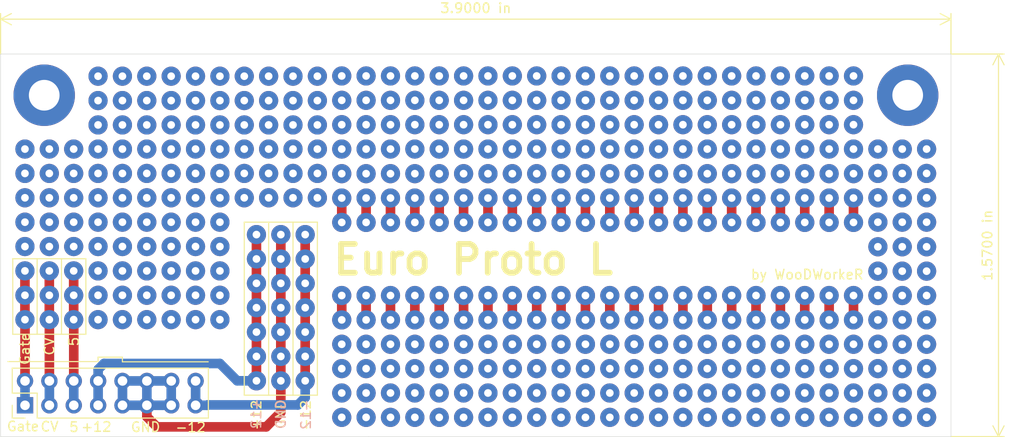
<source format=kicad_pcb>
(kicad_pcb (version 20171130) (host pcbnew "(5.1.5)-3")
  (title_block (title EuroHelperL) (date 2020-01-21) (rev 1) (company WooDWorkeR))
  (layers (0 F.Cu signal) (31 B.Cu signal) (34 B.Paste user) (35 F.Paste user) (36 B.SilkS user) (37 F.SilkS user) (38 B.Mask user) (39 F.Mask user) (44 Edge.Cuts user))
  (net 0 "")
  (module Connector_Wire:SolderWirePad_1x01_Drill0.8mm (layer F.Cu) (at 93.472 59.69)
    (fp_text reference REF** hide)
    (fp_text value SolderWirePad_1x01_Drill0.8mm hide)
    (pad 1 thru_hole circle (at 0 0) (size 1.99898 1.99898) (drill 0.8001) (layers *.Cu *.Mask))
  )
  (module Connector_Wire:SolderWirePad_1x01_Drill0.8mm (layer F.Cu) (at 90.932 59.69)
    (fp_text reference REF** hide)
    (fp_text value SolderWirePad_1x01_Drill0.8mm hide)
    (pad 1 thru_hole circle (at 0 0) (size 1.99898 1.99898) (drill 0.8001) (layers *.Cu *.Mask))
  )
  (module Connector_Wire:SolderWirePad_1x01_Drill0.8mm (layer F.Cu) (at 88.392 59.69)
    (fp_text reference REF** hide)
    (fp_text value SolderWirePad_1x01_Drill0.8mm hide)
    (pad 1 thru_hole circle (at 0 0) (size 1.99898 1.99898) (drill 0.8001) (layers *.Cu *.Mask))
  )
  (module Connector_Wire:SolderWirePad_1x01_Drill0.8mm (layer F.Cu) (at 85.852 59.69)
    (fp_text reference REF** hide)
    (fp_text value SolderWirePad_1x01_Drill0.8mm hide)
    (pad 1 thru_hole circle (at 0 0) (size 1.99898 1.99898) (drill 0.8001) (layers *.Cu *.Mask))
  )
  (module Connector_Wire:SolderWirePad_1x01_Drill0.8mm (layer F.Cu) (at 83.312 59.69)
    (fp_text reference REF** hide)
    (fp_text value SolderWirePad_1x01_Drill0.8mm hide)
    (pad 1 thru_hole circle (at 0 0) (size 1.99898 1.99898) (drill 0.8001) (layers *.Cu *.Mask))
  )
  (module Connector_Wire:SolderWirePad_1x01_Drill0.8mm (layer F.Cu) (at 93.472 57.15)
    (fp_text reference REF** hide)
    (fp_text value SolderWirePad_1x01_Drill0.8mm hide)
    (pad 1 thru_hole circle (at 0 0) (size 1.99898 1.99898) (drill 0.8001) (layers *.Cu *.Mask))
  )
  (module Connector_Wire:SolderWirePad_1x01_Drill0.8mm (layer F.Cu) (at 90.932 57.15)
    (fp_text reference REF** hide)
    (fp_text value SolderWirePad_1x01_Drill0.8mm hide)
    (pad 1 thru_hole circle (at 0 0) (size 1.99898 1.99898) (drill 0.8001) (layers *.Cu *.Mask))
  )
  (module Connector_Wire:SolderWirePad_1x01_Drill0.8mm (layer F.Cu) (at 88.392 57.15)
    (fp_text reference REF** hide)
    (fp_text value SolderWirePad_1x01_Drill0.8mm hide)
    (pad 1 thru_hole circle (at 0 0) (size 1.99898 1.99898) (drill 0.8001) (layers *.Cu *.Mask))
  )
  (module Connector_Wire:SolderWirePad_1x01_Drill0.8mm (layer F.Cu) (at 85.852 57.15)
    (fp_text reference REF** hide)
    (fp_text value SolderWirePad_1x01_Drill0.8mm hide)
    (pad 1 thru_hole circle (at 0 0) (size 1.99898 1.99898) (drill 0.8001) (layers *.Cu *.Mask))
  )
  (module Connector_Wire:SolderWirePad_1x01_Drill0.8mm (layer F.Cu) (at 83.312 57.15)
    (fp_text reference REF** hide)
    (fp_text value SolderWirePad_1x01_Drill0.8mm hide)
    (pad 1 thru_hole circle (at 0 0) (size 1.99898 1.99898) (drill 0.8001) (layers *.Cu *.Mask))
  )
  (module Connector_Wire:SolderWirePad_1x01_Drill0.8mm (layer F.Cu) (at 93.472 54.61)
    (fp_text reference REF** hide)
    (fp_text value SolderWirePad_1x01_Drill0.8mm hide)
    (pad 1 thru_hole circle (at 0 0) (size 1.99898 1.99898) (drill 0.8001) (layers *.Cu *.Mask))
  )
  (module Connector_Wire:SolderWirePad_1x01_Drill0.8mm (layer F.Cu) (at 90.932 54.61)
    (fp_text reference REF** hide)
    (fp_text value SolderWirePad_1x01_Drill0.8mm hide)
    (pad 1 thru_hole circle (at 0 0) (size 1.99898 1.99898) (drill 0.8001) (layers *.Cu *.Mask))
  )
  (module Connector_Wire:SolderWirePad_1x01_Drill0.8mm (layer F.Cu) (at 88.392 54.61)
    (fp_text reference REF** hide)
    (fp_text value SolderWirePad_1x01_Drill0.8mm hide)
    (pad 1 thru_hole circle (at 0 0) (size 1.99898 1.99898) (drill 0.8001) (layers *.Cu *.Mask))
  )
  (module Connector_Wire:SolderWirePad_1x01_Drill0.8mm (layer F.Cu) (at 85.852 54.61)
    (fp_text reference REF** hide)
    (fp_text value SolderWirePad_1x01_Drill0.8mm hide)
    (pad 1 thru_hole circle (at 0 0) (size 1.99898 1.99898) (drill 0.8001) (layers *.Cu *.Mask))
  )
  (module Connector_Wire:SolderWirePad_1x01_Drill0.8mm (layer F.Cu) (at 83.312 72.39)
    (fp_text reference REF** hide)
    (fp_text value SolderWirePad_1x01_Drill0.8mm hide)
    (pad 1 thru_hole circle (at 0 0) (size 1.99898 1.99898) (drill 0.8001) (layers *.Cu *.Mask))
  )
  (module Connector_Wire:SolderWirePad_1x01_Drill0.8mm (layer F.Cu) (at 80.772 72.39)
    (fp_text reference REF** hide)
    (fp_text value SolderWirePad_1x01_Drill0.8mm hide)
    (pad 1 thru_hole circle (at 0 0) (size 1.99898 1.99898) (drill 0.8001) (layers *.Cu *.Mask))
  )
  (module Connector_Wire:SolderWirePad_1x01_Drill0.8mm (layer F.Cu) (at 78.232 72.39)
    (fp_text reference REF** hide)
    (fp_text value SolderWirePad_1x01_Drill0.8mm hide)
    (pad 1 thru_hole circle (at 0 0) (size 1.99898 1.99898) (drill 0.8001) (layers *.Cu *.Mask))
  )
  (module Connector_Wire:SolderWirePad_1x01_Drill0.8mm (layer F.Cu) (at 75.692 72.39)
    (fp_text reference REF** hide)
    (fp_text value SolderWirePad_1x01_Drill0.8mm hide)
    (pad 1 thru_hole circle (at 0 0) (size 1.99898 1.99898) (drill 0.8001) (layers *.Cu *.Mask))
  )
  (module Connector_Wire:SolderWirePad_1x01_Drill0.8mm (layer F.Cu) (at 73.152 72.39)
    (fp_text reference REF** hide)
    (fp_text value SolderWirePad_1x01_Drill0.8mm hide)
    (pad 1 thru_hole circle (at 0 0) (size 1.99898 1.99898) (drill 0.8001) (layers *.Cu *.Mask))
  )
  (module Connector_Wire:SolderWirePad_1x01_Drill0.8mm (layer F.Cu) (at 70.612 72.39)
    (fp_text reference REF** hide)
    (fp_text value SolderWirePad_1x01_Drill0.8mm hide)
    (pad 1 thru_hole circle (at 0 0) (size 1.99898 1.99898) (drill 0.8001) (layers *.Cu *.Mask))
  )
  (module Connector_Wire:SolderWirePad_1x01_Drill0.8mm (layer F.Cu) (at 68.072 72.39)
    (fp_text reference REF** hide)
    (fp_text value SolderWirePad_1x01_Drill0.8mm hide)
    (pad 1 thru_hole circle (at 0 0) (size 1.99898 1.99898) (drill 0.8001) (layers *.Cu *.Mask))
  )
  (module Connector_Wire:SolderWirePad_1x01_Drill0.8mm (layer F.Cu) (at 65.532 72.39)
    (fp_text reference REF** hide)
    (fp_text value SolderWirePad_1x01_Drill0.8mm hide)
    (pad 1 thru_hole circle (at 0 0) (size 1.99898 1.99898) (drill 0.8001) (layers *.Cu *.Mask))
  )
  (module Connector_Wire:SolderWirePad_1x01_Drill0.8mm (layer F.Cu) (at 62.992 72.39)
    (fp_text reference REF** hide)
    (fp_text value SolderWirePad_1x01_Drill0.8mm hide)
    (pad 1 thru_hole circle (at 0 0) (size 1.99898 1.99898) (drill 0.8001) (layers *.Cu *.Mask))
  )
  (module Connector_Wire:SolderWirePad_1x01_Drill0.8mm (layer F.Cu) (at 83.312 69.85)
    (fp_text reference REF** hide)
    (fp_text value SolderWirePad_1x01_Drill0.8mm hide)
    (pad 1 thru_hole circle (at 0 0) (size 1.99898 1.99898) (drill 0.8001) (layers *.Cu *.Mask))
  )
  (module Connector_Wire:SolderWirePad_1x01_Drill0.8mm (layer F.Cu) (at 80.772 69.85)
    (fp_text reference REF** hide)
    (fp_text value SolderWirePad_1x01_Drill0.8mm hide)
    (pad 1 thru_hole circle (at 0 0) (size 1.99898 1.99898) (drill 0.8001) (layers *.Cu *.Mask))
  )
  (module Connector_Wire:SolderWirePad_1x01_Drill0.8mm (layer F.Cu) (at 78.232 69.85)
    (fp_text reference REF** hide)
    (fp_text value SolderWirePad_1x01_Drill0.8mm hide)
    (pad 1 thru_hole circle (at 0 0) (size 1.99898 1.99898) (drill 0.8001) (layers *.Cu *.Mask))
  )
  (module Connector_Wire:SolderWirePad_1x01_Drill0.8mm (layer F.Cu) (at 75.692 69.85)
    (fp_text reference REF** hide)
    (fp_text value SolderWirePad_1x01_Drill0.8mm hide)
    (pad 1 thru_hole circle (at 0 0) (size 1.99898 1.99898) (drill 0.8001) (layers *.Cu *.Mask))
  )
  (module Connector_Wire:SolderWirePad_1x01_Drill0.8mm (layer F.Cu) (at 73.152 69.85)
    (fp_text reference REF** hide)
    (fp_text value SolderWirePad_1x01_Drill0.8mm hide)
    (pad 1 thru_hole circle (at 0 0) (size 1.99898 1.99898) (drill 0.8001) (layers *.Cu *.Mask))
  )
  (module Connector_Wire:SolderWirePad_1x01_Drill0.8mm (layer F.Cu) (at 70.612 69.85)
    (fp_text reference REF** hide)
    (fp_text value SolderWirePad_1x01_Drill0.8mm hide)
    (pad 1 thru_hole circle (at 0 0) (size 1.99898 1.99898) (drill 0.8001) (layers *.Cu *.Mask))
  )
  (module Connector_Wire:SolderWirePad_1x01_Drill0.8mm (layer F.Cu) (at 68.072 69.85)
    (fp_text reference REF** hide)
    (fp_text value SolderWirePad_1x01_Drill0.8mm hide)
    (pad 1 thru_hole circle (at 0 0) (size 1.99898 1.99898) (drill 0.8001) (layers *.Cu *.Mask))
  )
  (module Connector_Wire:SolderWirePad_1x01_Drill0.8mm (layer F.Cu) (at 65.532 69.85)
    (fp_text reference REF** hide)
    (fp_text value SolderWirePad_1x01_Drill0.8mm hide)
    (pad 1 thru_hole circle (at 0 0) (size 1.99898 1.99898) (drill 0.8001) (layers *.Cu *.Mask))
  )
  (module Connector_Wire:SolderWirePad_1x01_Drill0.8mm (layer F.Cu) (at 62.992 69.85)
    (fp_text reference REF** hide)
    (fp_text value SolderWirePad_1x01_Drill0.8mm hide)
    (pad 1 thru_hole circle (at 0 0) (size 1.99898 1.99898) (drill 0.8001) (layers *.Cu *.Mask))
  )
  (module Connector_Wire:SolderWirePad_1x01_Drill0.8mm (layer F.Cu) (at 83.312 67.31)
    (fp_text reference REF** hide)
    (fp_text value SolderWirePad_1x01_Drill0.8mm hide)
    (pad 1 thru_hole circle (at 0 0) (size 1.99898 1.99898) (drill 0.8001) (layers *.Cu *.Mask))
  )
  (module Connector_Wire:SolderWirePad_1x01_Drill0.8mm (layer F.Cu) (at 80.772 67.31)
    (fp_text reference REF** hide)
    (fp_text value SolderWirePad_1x01_Drill0.8mm hide)
    (pad 1 thru_hole circle (at 0 0) (size 1.99898 1.99898) (drill 0.8001) (layers *.Cu *.Mask))
  )
  (module Connector_Wire:SolderWirePad_1x01_Drill0.8mm (layer F.Cu) (at 78.232 67.31)
    (fp_text reference REF** hide)
    (fp_text value SolderWirePad_1x01_Drill0.8mm hide)
    (pad 1 thru_hole circle (at 0 0) (size 1.99898 1.99898) (drill 0.8001) (layers *.Cu *.Mask))
  )
  (module Connector_Wire:SolderWirePad_1x01_Drill0.8mm (layer F.Cu) (at 75.692 67.31)
    (fp_text reference REF** hide)
    (fp_text value SolderWirePad_1x01_Drill0.8mm hide)
    (pad 1 thru_hole circle (at 0 0) (size 1.99898 1.99898) (drill 0.8001) (layers *.Cu *.Mask))
  )
  (module Connector_Wire:SolderWirePad_1x01_Drill0.8mm (layer F.Cu) (at 73.152 67.31)
    (fp_text reference REF** hide)
    (fp_text value SolderWirePad_1x01_Drill0.8mm hide)
    (pad 1 thru_hole circle (at 0 0) (size 1.99898 1.99898) (drill 0.8001) (layers *.Cu *.Mask))
  )
  (module Connector_Wire:SolderWirePad_1x01_Drill0.8mm (layer F.Cu) (at 70.612 67.31)
    (fp_text reference REF** hide)
    (fp_text value SolderWirePad_1x01_Drill0.8mm hide)
    (pad 1 thru_hole circle (at 0 0) (size 1.99898 1.99898) (drill 0.8001) (layers *.Cu *.Mask))
  )
  (module Connector_Wire:SolderWirePad_1x01_Drill0.8mm (layer F.Cu) (at 68.072 67.31)
    (fp_text reference REF** hide)
    (fp_text value SolderWirePad_1x01_Drill0.8mm hide)
    (pad 1 thru_hole circle (at 0 0) (size 1.99898 1.99898) (drill 0.8001) (layers *.Cu *.Mask))
  )
  (module Connector_Wire:SolderWirePad_1x01_Drill0.8mm (layer F.Cu) (at 65.532 67.31)
    (fp_text reference REF** hide)
    (fp_text value SolderWirePad_1x01_Drill0.8mm hide)
    (pad 1 thru_hole circle (at 0 0) (size 1.99898 1.99898) (drill 0.8001) (layers *.Cu *.Mask))
  )
  (module Connector_Wire:SolderWirePad_1x01_Drill0.8mm (layer F.Cu) (at 62.992 67.31)
    (fp_text reference REF** hide)
    (fp_text value SolderWirePad_1x01_Drill0.8mm hide)
    (pad 1 thru_hole circle (at 0 0) (size 1.99898 1.99898) (drill 0.8001) (layers *.Cu *.Mask))
  )
  (module Connector_Wire:SolderWirePad_1x01_Drill0.8mm (layer F.Cu) (at 83.312 64.77)
    (fp_text reference REF** hide)
    (fp_text value SolderWirePad_1x01_Drill0.8mm hide)
    (pad 1 thru_hole circle (at 0 0) (size 1.99898 1.99898) (drill 0.8001) (layers *.Cu *.Mask))
  )
  (module Connector_Wire:SolderWirePad_1x01_Drill0.8mm (layer F.Cu) (at 80.772 64.77)
    (fp_text reference REF** hide)
    (fp_text value SolderWirePad_1x01_Drill0.8mm hide)
    (pad 1 thru_hole circle (at 0 0) (size 1.99898 1.99898) (drill 0.8001) (layers *.Cu *.Mask))
  )
  (module Connector_Wire:SolderWirePad_1x01_Drill0.8mm (layer F.Cu) (at 78.232 64.77)
    (fp_text reference REF** hide)
    (fp_text value SolderWirePad_1x01_Drill0.8mm hide)
    (pad 1 thru_hole circle (at 0 0) (size 1.99898 1.99898) (drill 0.8001) (layers *.Cu *.Mask))
  )
  (module Connector_Wire:SolderWirePad_1x01_Drill0.8mm (layer F.Cu) (at 75.692 64.77)
    (fp_text reference REF** hide)
    (fp_text value SolderWirePad_1x01_Drill0.8mm hide)
    (pad 1 thru_hole circle (at 0 0) (size 1.99898 1.99898) (drill 0.8001) (layers *.Cu *.Mask))
  )
  (module Connector_Wire:SolderWirePad_1x01_Drill0.8mm (layer F.Cu) (at 73.152 64.77)
    (fp_text reference REF** hide)
    (fp_text value SolderWirePad_1x01_Drill0.8mm hide)
    (pad 1 thru_hole circle (at 0 0) (size 1.99898 1.99898) (drill 0.8001) (layers *.Cu *.Mask))
  )
  (module Connector_Wire:SolderWirePad_1x01_Drill0.8mm (layer F.Cu) (at 70.612 64.77)
    (fp_text reference REF** hide)
    (fp_text value SolderWirePad_1x01_Drill0.8mm hide)
    (pad 1 thru_hole circle (at 0 0) (size 1.99898 1.99898) (drill 0.8001) (layers *.Cu *.Mask))
  )
  (module Connector_Wire:SolderWirePad_1x01_Drill0.8mm (layer F.Cu) (at 68.072 64.77)
    (fp_text reference REF** hide)
    (fp_text value SolderWirePad_1x01_Drill0.8mm hide)
    (pad 1 thru_hole circle (at 0 0) (size 1.99898 1.99898) (drill 0.8001) (layers *.Cu *.Mask))
  )
  (module Connector_Wire:SolderWirePad_1x01_Drill0.8mm (layer F.Cu) (at 65.532 64.77)
    (fp_text reference REF** hide)
    (fp_text value SolderWirePad_1x01_Drill0.8mm hide)
    (pad 1 thru_hole circle (at 0 0) (size 1.99898 1.99898) (drill 0.8001) (layers *.Cu *.Mask))
  )
  (module Connector_Wire:SolderWirePad_1x01_Drill0.8mm (layer F.Cu) (at 62.992 64.77)
    (fp_text reference REF** hide)
    (fp_text value SolderWirePad_1x01_Drill0.8mm hide)
    (pad 1 thru_hole circle (at 0 0) (size 1.99898 1.99898) (drill 0.8001) (layers *.Cu *.Mask))
  )
  (module Connector_Wire:SolderWirePad_1x01_Drill0.8mm (layer F.Cu) (at 83.312 62.23)
    (fp_text reference REF** hide)
    (fp_text value SolderWirePad_1x01_Drill0.8mm hide)
    (pad 1 thru_hole circle (at 0 0) (size 1.99898 1.99898) (drill 0.8001) (layers *.Cu *.Mask))
  )
  (module Connector_Wire:SolderWirePad_1x01_Drill0.8mm (layer F.Cu) (at 80.772 62.23)
    (fp_text reference REF** hide)
    (fp_text value SolderWirePad_1x01_Drill0.8mm hide)
    (pad 1 thru_hole circle (at 0 0) (size 1.99898 1.99898) (drill 0.8001) (layers *.Cu *.Mask))
  )
  (module Connector_Wire:SolderWirePad_1x01_Drill0.8mm (layer F.Cu) (at 78.232 62.23)
    (fp_text reference REF** hide)
    (fp_text value SolderWirePad_1x01_Drill0.8mm hide)
    (pad 1 thru_hole circle (at 0 0) (size 1.99898 1.99898) (drill 0.8001) (layers *.Cu *.Mask))
  )
  (module Connector_Wire:SolderWirePad_1x01_Drill0.8mm (layer F.Cu) (at 75.692 62.23)
    (fp_text reference REF** hide)
    (fp_text value SolderWirePad_1x01_Drill0.8mm hide)
    (pad 1 thru_hole circle (at 0 0) (size 1.99898 1.99898) (drill 0.8001) (layers *.Cu *.Mask))
  )
  (module Connector_Wire:SolderWirePad_1x01_Drill0.8mm (layer F.Cu) (at 73.152 62.23)
    (fp_text reference REF** hide)
    (fp_text value SolderWirePad_1x01_Drill0.8mm hide)
    (pad 1 thru_hole circle (at 0 0) (size 1.99898 1.99898) (drill 0.8001) (layers *.Cu *.Mask))
  )
  (module Connector_Wire:SolderWirePad_1x01_Drill0.8mm (layer F.Cu) (at 70.612 62.23)
    (fp_text reference REF** hide)
    (fp_text value SolderWirePad_1x01_Drill0.8mm hide)
    (pad 1 thru_hole circle (at 0 0) (size 1.99898 1.99898) (drill 0.8001) (layers *.Cu *.Mask))
  )
  (module Connector_Wire:SolderWirePad_1x01_Drill0.8mm (layer F.Cu) (at 68.072 62.23)
    (fp_text reference REF** hide)
    (fp_text value SolderWirePad_1x01_Drill0.8mm hide)
    (pad 1 thru_hole circle (at 0 0) (size 1.99898 1.99898) (drill 0.8001) (layers *.Cu *.Mask))
  )
  (module Connector_Wire:SolderWirePad_1x01_Drill0.8mm (layer F.Cu) (at 65.532 62.23)
    (fp_text reference REF** hide)
    (fp_text value SolderWirePad_1x01_Drill0.8mm hide)
    (pad 1 thru_hole circle (at 0 0) (size 1.99898 1.99898) (drill 0.8001) (layers *.Cu *.Mask))
  )
  (module Connector_Wire:SolderWirePad_1x01_Drill0.8mm (layer F.Cu) (at 62.992 62.23)
    (fp_text reference REF** hide)
    (fp_text value SolderWirePad_1x01_Drill0.8mm hide)
    (pad 1 thru_hole circle (at 0 0) (size 1.99898 1.99898) (drill 0.8001) (layers *.Cu *.Mask))
  )
  (module Connector_Wire:SolderWirePad_1x01_Drill0.8mm (layer F.Cu) (at 80.772 59.69)
    (fp_text reference REF** hide)
    (fp_text value SolderWirePad_1x01_Drill0.8mm hide)
    (pad 1 thru_hole circle (at 0 0) (size 1.99898 1.99898) (drill 0.8001) (layers *.Cu *.Mask))
  )
  (module Connector_Wire:SolderWirePad_1x01_Drill0.8mm (layer F.Cu) (at 78.232 59.69)
    (fp_text reference REF** hide)
    (fp_text value SolderWirePad_1x01_Drill0.8mm hide)
    (pad 1 thru_hole circle (at 0 0) (size 1.99898 1.99898) (drill 0.8001) (layers *.Cu *.Mask))
  )
  (module Connector_Wire:SolderWirePad_1x01_Drill0.8mm (layer F.Cu) (at 75.692 59.69)
    (fp_text reference REF** hide)
    (fp_text value SolderWirePad_1x01_Drill0.8mm hide)
    (pad 1 thru_hole circle (at 0 0) (size 1.99898 1.99898) (drill 0.8001) (layers *.Cu *.Mask))
  )
  (module Connector_Wire:SolderWirePad_1x01_Drill0.8mm (layer F.Cu) (at 73.152 59.69)
    (fp_text reference REF** hide)
    (fp_text value SolderWirePad_1x01_Drill0.8mm hide)
    (pad 1 thru_hole circle (at 0 0) (size 1.99898 1.99898) (drill 0.8001) (layers *.Cu *.Mask))
  )
  (module Connector_Wire:SolderWirePad_1x01_Drill0.8mm (layer F.Cu) (at 70.612 59.69)
    (fp_text reference REF** hide)
    (fp_text value SolderWirePad_1x01_Drill0.8mm hide)
    (pad 1 thru_hole circle (at 0 0) (size 1.99898 1.99898) (drill 0.8001) (layers *.Cu *.Mask))
  )
  (module Connector_Wire:SolderWirePad_1x01_Drill0.8mm (layer F.Cu) (at 68.072 59.69)
    (fp_text reference REF** hide)
    (fp_text value SolderWirePad_1x01_Drill0.8mm hide)
    (pad 1 thru_hole circle (at 0 0) (size 1.99898 1.99898) (drill 0.8001) (layers *.Cu *.Mask))
  )
  (module Connector_Wire:SolderWirePad_1x01_Drill0.8mm (layer F.Cu) (at 65.532 59.69)
    (fp_text reference REF** hide)
    (fp_text value SolderWirePad_1x01_Drill0.8mm hide)
    (pad 1 thru_hole circle (at 0 0) (size 1.99898 1.99898) (drill 0.8001) (layers *.Cu *.Mask))
  )
  (module Connector_Wire:SolderWirePad_1x01_Drill0.8mm (layer F.Cu) (at 62.992 59.69)
    (fp_text reference REF** hide)
    (fp_text value SolderWirePad_1x01_Drill0.8mm hide)
    (pad 1 thru_hole circle (at 0 0) (size 1.99898 1.99898) (drill 0.8001) (layers *.Cu *.Mask))
  )
  (module Connector_Wire:SolderWirePad_1x01_Drill0.8mm (layer F.Cu) (at 80.772 57.15)
    (fp_text reference REF** hide)
    (fp_text value SolderWirePad_1x01_Drill0.8mm hide)
    (pad 1 thru_hole circle (at 0 0) (size 1.99898 1.99898) (drill 0.8001) (layers *.Cu *.Mask))
  )
  (module Connector_Wire:SolderWirePad_1x01_Drill0.8mm (layer F.Cu) (at 78.232 57.15)
    (fp_text reference REF** hide)
    (fp_text value SolderWirePad_1x01_Drill0.8mm hide)
    (pad 1 thru_hole circle (at 0 0) (size 1.99898 1.99898) (drill 0.8001) (layers *.Cu *.Mask))
  )
  (module Connector_Wire:SolderWirePad_1x01_Drill0.8mm (layer F.Cu) (at 75.692 57.15)
    (fp_text reference REF** hide)
    (fp_text value SolderWirePad_1x01_Drill0.8mm hide)
    (pad 1 thru_hole circle (at 0 0) (size 1.99898 1.99898) (drill 0.8001) (layers *.Cu *.Mask))
  )
  (module Connector_Wire:SolderWirePad_1x01_Drill0.8mm (layer F.Cu) (at 73.152 57.15)
    (fp_text reference REF** hide)
    (fp_text value SolderWirePad_1x01_Drill0.8mm hide)
    (pad 1 thru_hole circle (at 0 0) (size 1.99898 1.99898) (drill 0.8001) (layers *.Cu *.Mask))
  )
  (module Connector_Wire:SolderWirePad_1x01_Drill0.8mm (layer F.Cu) (at 70.612 57.15)
    (fp_text reference REF** hide)
    (fp_text value SolderWirePad_1x01_Drill0.8mm hide)
    (pad 1 thru_hole circle (at 0 0) (size 1.99898 1.99898) (drill 0.8001) (layers *.Cu *.Mask))
  )
  (module Connector_Wire:SolderWirePad_1x01_Drill0.8mm (layer F.Cu) (at 68.072 57.15)
    (fp_text reference REF** hide)
    (fp_text value SolderWirePad_1x01_Drill0.8mm hide)
    (pad 1 thru_hole circle (at 0 0) (size 1.99898 1.99898) (drill 0.8001) (layers *.Cu *.Mask))
  )
  (module Connector_Wire:SolderWirePad_1x01_Drill0.8mm (layer F.Cu) (at 65.532 57.15)
    (fp_text reference REF** hide)
    (fp_text value SolderWirePad_1x01_Drill0.8mm hide)
    (pad 1 thru_hole circle (at 0 0) (size 1.99898 1.99898) (drill 0.8001) (layers *.Cu *.Mask))
  )
  (module Connector_Wire:SolderWirePad_1x01_Drill0.8mm (layer F.Cu) (at 62.992 57.15)
    (fp_text reference REF** hide)
    (fp_text value SolderWirePad_1x01_Drill0.8mm hide)
    (pad 1 thru_hole circle (at 0 0) (size 1.99898 1.99898) (drill 0.8001) (layers *.Cu *.Mask))
  )
  (module Connector_Wire:SolderWirePad_1x01_Drill0.8mm (layer F.Cu) (at 83.312 54.61)
    (fp_text reference REF** hide)
    (fp_text value SolderWirePad_1x01_Drill0.8mm hide)
    (pad 1 thru_hole circle (at 0 0) (size 1.99898 1.99898) (drill 0.8001) (layers *.Cu *.Mask))
  )
  (module Connector_Wire:SolderWirePad_1x01_Drill0.8mm (layer F.Cu) (at 80.772 54.61)
    (fp_text reference REF** hide)
    (fp_text value SolderWirePad_1x01_Drill0.8mm hide)
    (pad 1 thru_hole circle (at 0 0) (size 1.99898 1.99898) (drill 0.8001) (layers *.Cu *.Mask))
  )
  (module Connector_Wire:SolderWirePad_1x01_Drill0.8mm (layer F.Cu) (at 78.232 54.61)
    (fp_text reference REF** hide)
    (fp_text value SolderWirePad_1x01_Drill0.8mm hide)
    (pad 1 thru_hole circle (at 0 0) (size 1.99898 1.99898) (drill 0.8001) (layers *.Cu *.Mask))
  )
  (module Connector_Wire:SolderWirePad_1x01_Drill0.8mm (layer F.Cu) (at 75.692 54.61)
    (fp_text reference REF** hide)
    (fp_text value SolderWirePad_1x01_Drill0.8mm hide)
    (pad 1 thru_hole circle (at 0 0) (size 1.99898 1.99898) (drill 0.8001) (layers *.Cu *.Mask))
  )
  (module Connector_Wire:SolderWirePad_1x01_Drill0.8mm (layer F.Cu) (at 73.152 54.61)
    (fp_text reference REF** hide)
    (fp_text value SolderWirePad_1x01_Drill0.8mm hide)
    (pad 1 thru_hole circle (at 0 0) (size 1.99898 1.99898) (drill 0.8001) (layers *.Cu *.Mask))
  )
  (module Connector_Wire:SolderWirePad_1x01_Drill0.8mm (layer F.Cu) (at 70.612 54.61)
    (fp_text reference REF** hide)
    (fp_text value SolderWirePad_1x01_Drill0.8mm hide)
    (pad 1 thru_hole circle (at 0 0) (size 1.99898 1.99898) (drill 0.8001) (layers *.Cu *.Mask))
  )
  (module Connector_Wire:SolderWirePad_1x01_Drill0.8mm (layer F.Cu) (at 68.072 54.61)
    (fp_text reference REF** hide)
    (fp_text value SolderWirePad_1x01_Drill0.8mm hide)
    (pad 1 thru_hole circle (at 0 0) (size 1.99898 1.99898) (drill 0.8001) (layers *.Cu *.Mask))
  )
  (module Connector_Wire:SolderWirePad_1x01_Drill0.8mm (layer F.Cu) (at 65.532 54.61)
    (fp_text reference REF** hide)
    (fp_text value SolderWirePad_1x01_Drill0.8mm hide)
    (pad 1 thru_hole circle (at 0 0) (size 1.99898 1.99898) (drill 0.8001) (layers *.Cu *.Mask))
  )
  (module Connector_Wire:SolderWirePad_1x01_Drill0.8mm (layer F.Cu) (at 62.992 54.61)
    (fp_text reference REF** hide)
    (fp_text value SolderWirePad_1x01_Drill0.8mm hide)
    (pad 1 thru_hole circle (at 0 0) (size 1.99898 1.99898) (drill 0.8001) (layers *.Cu *.Mask))
  )
  (module Connector_Wire:SolderWirePad_1x01_Drill0.8mm (layer F.Cu) (at 87.122 71.1454)
    (fp_text reference REF** hide)
    (fp_text value SolderWirePad_1x01_Drill0.8mm hide)
    (pad 1 thru_hole circle (at 0 0) (size 1.99898 1.99898) (drill 0.8001) (layers *.Cu *.Mask))
  )
  (module Connector_Wire:SolderWirePad_1x01_Drill0.8mm (layer F.Cu) (at 93.472 52.0954)
    (fp_text reference REF** hide)
    (fp_text value SolderWirePad_1x01_Drill0.8mm hide)
    (pad 1 thru_hole circle (at 0 0) (size 1.99898 1.99898) (drill 0.8001) (layers *.Cu *.Mask))
  )
  (module Connector_Wire:SolderWirePad_1x01_Drill0.8mm (layer F.Cu) (at 90.932 52.0954)
    (fp_text reference REF** hide)
    (fp_text value SolderWirePad_1x01_Drill0.8mm hide)
    (pad 1 thru_hole circle (at 0 0) (size 1.99898 1.99898) (drill 0.8001) (layers *.Cu *.Mask))
  )
  (module Connector_Wire:SolderWirePad_1x01_Drill0.8mm (layer F.Cu) (at 88.392 52.0954)
    (fp_text reference REF** hide)
    (fp_text value SolderWirePad_1x01_Drill0.8mm hide)
    (pad 1 thru_hole circle (at 0 0) (size 1.99898 1.99898) (drill 0.8001) (layers *.Cu *.Mask))
  )
  (module Connector_Wire:SolderWirePad_1x01_Drill0.8mm (layer F.Cu) (at 85.852 52.0954)
    (fp_text reference REF** hide)
    (fp_text value SolderWirePad_1x01_Drill0.8mm hide)
    (pad 1 thru_hole circle (at 0 0) (size 1.99898 1.99898) (drill 0.8001) (layers *.Cu *.Mask))
  )
  (module Connector_Wire:SolderWirePad_1x01_Drill0.8mm (layer F.Cu) (at 83.312 52.0954)
    (fp_text reference REF** hide)
    (fp_text value SolderWirePad_1x01_Drill0.8mm hide)
    (pad 1 thru_hole circle (at 0 0) (size 1.99898 1.99898) (drill 0.8001) (layers *.Cu *.Mask))
  )
  (module Connector_Wire:SolderWirePad_1x01_Drill0.8mm (layer F.Cu) (at 80.772 52.0954)
    (fp_text reference REF** hide)
    (fp_text value SolderWirePad_1x01_Drill0.8mm hide)
    (pad 1 thru_hole circle (at 0 0) (size 1.99898 1.99898) (drill 0.8001) (layers *.Cu *.Mask))
  )
  (module Connector_Wire:SolderWirePad_1x01_Drill0.8mm (layer F.Cu) (at 78.232 52.0954)
    (fp_text reference REF** hide)
    (fp_text value SolderWirePad_1x01_Drill0.8mm hide)
    (pad 1 thru_hole circle (at 0 0) (size 1.99898 1.99898) (drill 0.8001) (layers *.Cu *.Mask))
  )
  (module Connector_Wire:SolderWirePad_1x01_Drill0.8mm (layer F.Cu) (at 75.692 52.0954)
    (fp_text reference REF** hide)
    (fp_text value SolderWirePad_1x01_Drill0.8mm hide)
    (pad 1 thru_hole circle (at 0 0) (size 1.99898 1.99898) (drill 0.8001) (layers *.Cu *.Mask))
  )
  (module Connector_Wire:SolderWirePad_1x01_Drill0.8mm (layer F.Cu) (at 73.152 52.0954)
    (fp_text reference REF** hide)
    (fp_text value SolderWirePad_1x01_Drill0.8mm hide)
    (pad 1 thru_hole circle (at 0 0) (size 1.99898 1.99898) (drill 0.8001) (layers *.Cu *.Mask))
  )
  (module Connector_Wire:SolderWirePad_1x01_Drill0.8mm (layer F.Cu) (at 70.612 52.0954)
    (fp_text reference REF** hide)
    (fp_text value SolderWirePad_1x01_Drill0.8mm hide)
    (pad 1 thru_hole circle (at 0 0) (size 1.99898 1.99898) (drill 0.8001) (layers *.Cu *.Mask))
  )
  (module Connector_Wire:SolderWirePad_1x01_Drill0.8mm (layer F.Cu) (at 93.472 49.5554)
    (fp_text reference REF** hide)
    (fp_text value SolderWirePad_1x01_Drill0.8mm hide)
    (pad 1 thru_hole circle (at 0 0) (size 1.99898 1.99898) (drill 0.8001) (layers *.Cu *.Mask))
  )
  (module Connector_Wire:SolderWirePad_1x01_Drill0.8mm (layer F.Cu) (at 90.932 49.5554)
    (fp_text reference REF** hide)
    (fp_text value SolderWirePad_1x01_Drill0.8mm hide)
    (pad 1 thru_hole circle (at 0 0) (size 1.99898 1.99898) (drill 0.8001) (layers *.Cu *.Mask))
  )
  (module Connector_Wire:SolderWirePad_1x01_Drill0.8mm (layer F.Cu) (at 88.392 49.5554)
    (fp_text reference REF** hide)
    (fp_text value SolderWirePad_1x01_Drill0.8mm hide)
    (pad 1 thru_hole circle (at 0 0) (size 1.99898 1.99898) (drill 0.8001) (layers *.Cu *.Mask))
  )
  (module Connector_Wire:SolderWirePad_1x01_Drill0.8mm (layer F.Cu) (at 85.852 49.5554)
    (fp_text reference REF** hide)
    (fp_text value SolderWirePad_1x01_Drill0.8mm hide)
    (pad 1 thru_hole circle (at 0 0) (size 1.99898 1.99898) (drill 0.8001) (layers *.Cu *.Mask))
  )
  (module Connector_Wire:SolderWirePad_1x01_Drill0.8mm (layer F.Cu) (at 83.312 49.5554)
    (fp_text reference REF** hide)
    (fp_text value SolderWirePad_1x01_Drill0.8mm hide)
    (pad 1 thru_hole circle (at 0 0) (size 1.99898 1.99898) (drill 0.8001) (layers *.Cu *.Mask))
  )
  (module Connector_Wire:SolderWirePad_1x01_Drill0.8mm (layer F.Cu) (at 80.772 49.5554)
    (fp_text reference REF** hide)
    (fp_text value SolderWirePad_1x01_Drill0.8mm hide)
    (pad 1 thru_hole circle (at 0 0) (size 1.99898 1.99898) (drill 0.8001) (layers *.Cu *.Mask))
  )
  (module Connector_Wire:SolderWirePad_1x01_Drill0.8mm (layer F.Cu) (at 78.232 49.5554)
    (fp_text reference REF** hide)
    (fp_text value SolderWirePad_1x01_Drill0.8mm hide)
    (pad 1 thru_hole circle (at 0 0) (size 1.99898 1.99898) (drill 0.8001) (layers *.Cu *.Mask))
  )
  (module Connector_Wire:SolderWirePad_1x01_Drill0.8mm (layer F.Cu) (at 75.692 49.5554)
    (fp_text reference REF** hide)
    (fp_text value SolderWirePad_1x01_Drill0.8mm hide)
    (pad 1 thru_hole circle (at 0 0) (size 1.99898 1.99898) (drill 0.8001) (layers *.Cu *.Mask))
  )
  (module Connector_Wire:SolderWirePad_1x01_Drill0.8mm (layer F.Cu) (at 73.152 49.5554)
    (fp_text reference REF** hide)
    (fp_text value SolderWirePad_1x01_Drill0.8mm hide)
    (pad 1 thru_hole circle (at 0 0) (size 1.99898 1.99898) (drill 0.8001) (layers *.Cu *.Mask))
  )
  (module Connector_Wire:SolderWirePad_1x01_Drill0.8mm (layer F.Cu) (at 70.612 49.5554)
    (fp_text reference REF** hide)
    (fp_text value SolderWirePad_1x01_Drill0.8mm hide)
    (pad 1 thru_hole circle (at 0 0) (size 1.99898 1.99898) (drill 0.8001) (layers *.Cu *.Mask))
  )
  (module Connector_Wire:SolderWirePad_1x01_Drill0.8mm (layer F.Cu) (at 93.472 47.0154)
    (fp_text reference REF** hide)
    (fp_text value SolderWirePad_1x01_Drill0.8mm hide)
    (pad 1 thru_hole circle (at 0 0) (size 1.99898 1.99898) (drill 0.8001) (layers *.Cu *.Mask))
  )
  (module Connector_Wire:SolderWirePad_1x01_Drill0.8mm (layer F.Cu) (at 90.932 47.0154)
    (fp_text reference REF** hide)
    (fp_text value SolderWirePad_1x01_Drill0.8mm hide)
    (pad 1 thru_hole circle (at 0 0) (size 1.99898 1.99898) (drill 0.8001) (layers *.Cu *.Mask))
  )
  (module Connector_Wire:SolderWirePad_1x01_Drill0.8mm (layer F.Cu) (at 88.392 47.0154)
    (fp_text reference REF** hide)
    (fp_text value SolderWirePad_1x01_Drill0.8mm hide)
    (pad 1 thru_hole circle (at 0 0) (size 1.99898 1.99898) (drill 0.8001) (layers *.Cu *.Mask))
  )
  (module Connector_Wire:SolderWirePad_1x01_Drill0.8mm (layer F.Cu) (at 85.852 47.0154)
    (fp_text reference REF** hide)
    (fp_text value SolderWirePad_1x01_Drill0.8mm hide)
    (pad 1 thru_hole circle (at 0 0) (size 1.99898 1.99898) (drill 0.8001) (layers *.Cu *.Mask))
  )
  (module Connector_Wire:SolderWirePad_1x01_Drill0.8mm (layer F.Cu) (at 83.312 47.0154)
    (fp_text reference REF** hide)
    (fp_text value SolderWirePad_1x01_Drill0.8mm hide)
    (pad 1 thru_hole circle (at 0 0) (size 1.99898 1.99898) (drill 0.8001) (layers *.Cu *.Mask))
  )
  (module Connector_Wire:SolderWirePad_1x01_Drill0.8mm (layer F.Cu) (at 80.772 47.0154)
    (fp_text reference REF** hide)
    (fp_text value SolderWirePad_1x01_Drill0.8mm hide)
    (pad 1 thru_hole circle (at 0 0) (size 1.99898 1.99898) (drill 0.8001) (layers *.Cu *.Mask))
  )
  (module Connector_Wire:SolderWirePad_1x01_Drill0.8mm (layer F.Cu) (at 78.232 47.0154)
    (fp_text reference REF** hide)
    (fp_text value SolderWirePad_1x01_Drill0.8mm hide)
    (pad 1 thru_hole circle (at 0 0) (size 1.99898 1.99898) (drill 0.8001) (layers *.Cu *.Mask))
  )
  (module Connector_Wire:SolderWirePad_1x01_Drill0.8mm (layer F.Cu) (at 75.692 47.0154)
    (fp_text reference REF** hide)
    (fp_text value SolderWirePad_1x01_Drill0.8mm hide)
    (pad 1 thru_hole circle (at 0 0) (size 1.99898 1.99898) (drill 0.8001) (layers *.Cu *.Mask))
  )
  (module Connector_Wire:SolderWirePad_1x01_Drill0.8mm (layer F.Cu) (at 73.152 47.0154)
    (fp_text reference REF** hide)
    (fp_text value SolderWirePad_1x01_Drill0.8mm hide)
    (pad 1 thru_hole circle (at 0 0) (size 1.99898 1.99898) (drill 0.8001) (layers *.Cu *.Mask))
  )
  (module Connector_Wire:SolderWirePad_1x01_Drill0.8mm (layer F.Cu) (at 70.612 47.0154)
    (fp_text reference REF** hide)
    (fp_text value SolderWirePad_1x01_Drill0.8mm hide)
    (pad 1 thru_hole circle (at 0 0) (size 1.99898 1.99898) (drill 0.8001) (layers *.Cu *.Mask))
  )
  (module Connector_Wire:SolderWirePad_1x01_Drill0.8mm (layer F.Cu) (at 156.972 62.23)
    (fp_text reference REF** hide)
    (fp_text value SolderWirePad_1x01_Drill0.8mm hide)
    (pad 1 thru_hole circle (at 0 0) (size 1.99898 1.99898) (drill 0.8001) (layers *.Cu *.Mask))
  )
  (module Connector_Wire:SolderWirePad_1x01_Drill0.8mm (layer F.Cu) (at 154.432 62.23)
    (fp_text reference REF** hide)
    (fp_text value SolderWirePad_1x01_Drill0.8mm hide)
    (pad 1 thru_hole circle (at 0 0) (size 1.99898 1.99898) (drill 0.8001) (layers *.Cu *.Mask))
  )
  (module Connector_Wire:SolderWirePad_1x01_Drill0.8mm (layer F.Cu) (at 151.892 62.23)
    (fp_text reference REF** hide)
    (fp_text value SolderWirePad_1x01_Drill0.8mm hide)
    (pad 1 thru_hole circle (at 0 0) (size 1.99898 1.99898) (drill 0.8001) (layers *.Cu *.Mask))
  )
  (module Connector_Wire:SolderWirePad_1x01_Drill0.8mm (layer F.Cu) (at 156.972 59.69)
    (fp_text reference REF** hide)
    (fp_text value SolderWirePad_1x01_Drill0.8mm hide)
    (pad 1 thru_hole circle (at 0 0) (size 1.99898 1.99898) (drill 0.8001) (layers *.Cu *.Mask))
  )
  (module Connector_Wire:SolderWirePad_1x01_Drill0.8mm (layer F.Cu) (at 154.432 59.69)
    (fp_text reference REF** hide)
    (fp_text value SolderWirePad_1x01_Drill0.8mm hide)
    (pad 1 thru_hole circle (at 0 0) (size 1.99898 1.99898) (drill 0.8001) (layers *.Cu *.Mask))
  )
  (module Connector_Wire:SolderWirePad_1x01_Drill0.8mm (layer F.Cu) (at 151.892 59.69)
    (fp_text reference REF** hide)
    (fp_text value SolderWirePad_1x01_Drill0.8mm hide)
    (pad 1 thru_hole circle (at 0 0) (size 1.99898 1.99898) (drill 0.8001) (layers *.Cu *.Mask))
  )
  (module Connector_Wire:SolderWirePad_1x01_Drill0.8mm (layer F.Cu) (at 156.972 57.15)
    (fp_text reference REF** hide)
    (fp_text value SolderWirePad_1x01_Drill0.8mm hide)
    (pad 1 thru_hole circle (at 0 0) (size 1.99898 1.99898) (drill 0.8001) (layers *.Cu *.Mask))
  )
  (module Connector_Wire:SolderWirePad_1x01_Drill0.8mm (layer F.Cu) (at 154.432 57.15)
    (fp_text reference REF** hide)
    (fp_text value SolderWirePad_1x01_Drill0.8mm hide)
    (pad 1 thru_hole circle (at 0 0) (size 1.99898 1.99898) (drill 0.8001) (layers *.Cu *.Mask))
  )
  (module Connector_Wire:SolderWirePad_1x01_Drill0.8mm (layer F.Cu) (at 151.892 57.15)
    (fp_text reference REF** hide)
    (fp_text value SolderWirePad_1x01_Drill0.8mm hide)
    (pad 1 thru_hole circle (at 0 0) (size 1.99898 1.99898) (drill 0.8001) (layers *.Cu *.Mask))
  )
  (module Connector_Wire:SolderWirePad_1x01_Drill0.8mm (layer F.Cu) (at 156.972 54.61)
    (fp_text reference REF** hide)
    (fp_text value SolderWirePad_1x01_Drill0.8mm hide)
    (pad 1 thru_hole circle (at 0 0) (size 1.99898 1.99898) (drill 0.8001) (layers *.Cu *.Mask))
  )
  (module Connector_Wire:SolderWirePad_1x01_Drill0.8mm (layer F.Cu) (at 154.432 54.61)
    (fp_text reference REF** hide)
    (fp_text value SolderWirePad_1x01_Drill0.8mm hide)
    (pad 1 thru_hole circle (at 0 0) (size 1.99898 1.99898) (drill 0.8001) (layers *.Cu *.Mask))
  )
  (module Connector_Wire:SolderWirePad_1x01_Drill0.8mm (layer F.Cu) (at 151.892 54.61)
    (fp_text reference REF** hide)
    (fp_text value SolderWirePad_1x01_Drill0.8mm hide)
    (pad 1 thru_hole circle (at 0 0) (size 1.99898 1.99898) (drill 0.8001) (layers *.Cu *.Mask))
  )
  (module Connector_Wire:SolderWirePad_1x01_Drill0.8mm (layer F.Cu) (at 149.352 52.07)
    (fp_text reference REF** hide)
    (fp_text value SolderWirePad_1x01_Drill0.8mm hide)
    (pad 1 thru_hole circle (at 0 0) (size 1.99898 1.99898) (drill 0.8001) (layers *.Cu *.Mask))
  )
  (module Connector_Wire:SolderWirePad_1x01_Drill0.8mm (layer F.Cu) (at 146.812 52.07)
    (fp_text reference REF** hide)
    (fp_text value SolderWirePad_1x01_Drill0.8mm hide)
    (pad 1 thru_hole circle (at 0 0) (size 1.99898 1.99898) (drill 0.8001) (layers *.Cu *.Mask))
  )
  (module Connector_Wire:SolderWirePad_1x01_Drill0.8mm (layer F.Cu) (at 144.272 52.07)
    (fp_text reference REF** hide)
    (fp_text value SolderWirePad_1x01_Drill0.8mm hide)
    (pad 1 thru_hole circle (at 0 0) (size 1.99898 1.99898) (drill 0.8001) (layers *.Cu *.Mask))
  )
  (module Connector_Wire:SolderWirePad_1x01_Drill0.8mm (layer F.Cu) (at 141.732 52.07)
    (fp_text reference REF** hide)
    (fp_text value SolderWirePad_1x01_Drill0.8mm hide)
    (pad 1 thru_hole circle (at 0 0) (size 1.99898 1.99898) (drill 0.8001) (layers *.Cu *.Mask))
  )
  (module Connector_Wire:SolderWirePad_1x01_Drill0.8mm (layer F.Cu) (at 139.192 52.07)
    (fp_text reference REF** hide)
    (fp_text value SolderWirePad_1x01_Drill0.8mm hide)
    (pad 1 thru_hole circle (at 0 0) (size 1.99898 1.99898) (drill 0.8001) (layers *.Cu *.Mask))
  )
  (module Connector_Wire:SolderWirePad_1x01_Drill0.8mm (layer F.Cu) (at 136.652 52.07)
    (fp_text reference REF** hide)
    (fp_text value SolderWirePad_1x01_Drill0.8mm hide)
    (pad 1 thru_hole circle (at 0 0) (size 1.99898 1.99898) (drill 0.8001) (layers *.Cu *.Mask))
  )
  (module Connector_Wire:SolderWirePad_1x01_Drill0.8mm (layer F.Cu) (at 134.112 52.07)
    (fp_text reference REF** hide)
    (fp_text value SolderWirePad_1x01_Drill0.8mm hide)
    (pad 1 thru_hole circle (at 0 0) (size 1.99898 1.99898) (drill 0.8001) (layers *.Cu *.Mask))
  )
  (module Connector_Wire:SolderWirePad_1x01_Drill0.8mm (layer F.Cu) (at 131.572 52.07)
    (fp_text reference REF** hide)
    (fp_text value SolderWirePad_1x01_Drill0.8mm hide)
    (pad 1 thru_hole circle (at 0 0) (size 1.99898 1.99898) (drill 0.8001) (layers *.Cu *.Mask))
  )
  (module Connector_Wire:SolderWirePad_1x01_Drill0.8mm (layer F.Cu) (at 129.032 52.07)
    (fp_text reference REF** hide)
    (fp_text value SolderWirePad_1x01_Drill0.8mm hide)
    (pad 1 thru_hole circle (at 0 0) (size 1.99898 1.99898) (drill 0.8001) (layers *.Cu *.Mask))
  )
  (module Connector_Wire:SolderWirePad_1x01_Drill0.8mm (layer F.Cu) (at 126.492 52.07)
    (fp_text reference REF** hide)
    (fp_text value SolderWirePad_1x01_Drill0.8mm hide)
    (pad 1 thru_hole circle (at 0 0) (size 1.99898 1.99898) (drill 0.8001) (layers *.Cu *.Mask))
  )
  (module Connector_Wire:SolderWirePad_1x01_Drill0.8mm (layer F.Cu) (at 123.952 52.07)
    (fp_text reference REF** hide)
    (fp_text value SolderWirePad_1x01_Drill0.8mm hide)
    (pad 1 thru_hole circle (at 0 0) (size 1.99898 1.99898) (drill 0.8001) (layers *.Cu *.Mask))
  )
  (module Connector_Wire:SolderWirePad_1x01_Drill0.8mm (layer F.Cu) (at 121.412 52.07)
    (fp_text reference REF** hide)
    (fp_text value SolderWirePad_1x01_Drill0.8mm hide)
    (pad 1 thru_hole circle (at 0 0) (size 1.99898 1.99898) (drill 0.8001) (layers *.Cu *.Mask))
  )
  (module Connector_Wire:SolderWirePad_1x01_Drill0.8mm (layer F.Cu) (at 118.872 52.07)
    (fp_text reference REF** hide)
    (fp_text value SolderWirePad_1x01_Drill0.8mm hide)
    (pad 1 thru_hole circle (at 0 0) (size 1.99898 1.99898) (drill 0.8001) (layers *.Cu *.Mask))
  )
  (module Connector_Wire:SolderWirePad_1x01_Drill0.8mm (layer F.Cu) (at 116.332 52.07)
    (fp_text reference REF** hide)
    (fp_text value SolderWirePad_1x01_Drill0.8mm hide)
    (pad 1 thru_hole circle (at 0 0) (size 1.99898 1.99898) (drill 0.8001) (layers *.Cu *.Mask))
  )
  (module Connector_Wire:SolderWirePad_1x01_Drill0.8mm (layer F.Cu) (at 113.792 52.07)
    (fp_text reference REF** hide)
    (fp_text value SolderWirePad_1x01_Drill0.8mm hide)
    (pad 1 thru_hole circle (at 0 0) (size 1.99898 1.99898) (drill 0.8001) (layers *.Cu *.Mask))
  )
  (module Connector_Wire:SolderWirePad_1x01_Drill0.8mm (layer F.Cu) (at 111.252 52.07)
    (fp_text reference REF** hide)
    (fp_text value SolderWirePad_1x01_Drill0.8mm hide)
    (pad 1 thru_hole circle (at 0 0) (size 1.99898 1.99898) (drill 0.8001) (layers *.Cu *.Mask))
  )
  (module Connector_Wire:SolderWirePad_1x01_Drill0.8mm (layer F.Cu) (at 108.712 52.07)
    (fp_text reference REF** hide)
    (fp_text value SolderWirePad_1x01_Drill0.8mm hide)
    (pad 1 thru_hole circle (at 0 0) (size 1.99898 1.99898) (drill 0.8001) (layers *.Cu *.Mask))
  )
  (module Connector_Wire:SolderWirePad_1x01_Drill0.8mm (layer F.Cu) (at 106.172 52.07)
    (fp_text reference REF** hide)
    (fp_text value SolderWirePad_1x01_Drill0.8mm hide)
    (pad 1 thru_hole circle (at 0 0) (size 1.99898 1.99898) (drill 0.8001) (layers *.Cu *.Mask))
  )
  (module Connector_Wire:SolderWirePad_1x01_Drill0.8mm (layer F.Cu) (at 103.632 52.07)
    (fp_text reference REF** hide)
    (fp_text value SolderWirePad_1x01_Drill0.8mm hide)
    (pad 1 thru_hole circle (at 0 0) (size 1.99898 1.99898) (drill 0.8001) (layers *.Cu *.Mask))
  )
  (module Connector_Wire:SolderWirePad_1x01_Drill0.8mm (layer F.Cu) (at 101.092 52.07)
    (fp_text reference REF** hide)
    (fp_text value SolderWirePad_1x01_Drill0.8mm hide)
    (pad 1 thru_hole circle (at 0 0) (size 1.99898 1.99898) (drill 0.8001) (layers *.Cu *.Mask))
  )
  (module Connector_Wire:SolderWirePad_1x01_Drill0.8mm (layer F.Cu) (at 98.552 52.07)
    (fp_text reference REF** hide)
    (fp_text value SolderWirePad_1x01_Drill0.8mm hide)
    (pad 1 thru_hole circle (at 0 0) (size 1.99898 1.99898) (drill 0.8001) (layers *.Cu *.Mask))
  )
  (module Connector_Wire:SolderWirePad_1x01_Drill0.8mm (layer F.Cu) (at 96.012 52.07)
    (fp_text reference REF** hide)
    (fp_text value SolderWirePad_1x01_Drill0.8mm hide)
    (pad 1 thru_hole circle (at 0 0) (size 1.99898 1.99898) (drill 0.8001) (layers *.Cu *.Mask))
  )
  (module Connector_Wire:SolderWirePad_1x01_Drill0.8mm (layer F.Cu) (at 149.352 49.53)
    (fp_text reference REF** hide)
    (fp_text value SolderWirePad_1x01_Drill0.8mm hide)
    (pad 1 thru_hole circle (at 0 0) (size 1.99898 1.99898) (drill 0.8001) (layers *.Cu *.Mask))
  )
  (module Connector_Wire:SolderWirePad_1x01_Drill0.8mm (layer F.Cu) (at 146.812 49.53)
    (fp_text reference REF** hide)
    (fp_text value SolderWirePad_1x01_Drill0.8mm hide)
    (pad 1 thru_hole circle (at 0 0) (size 1.99898 1.99898) (drill 0.8001) (layers *.Cu *.Mask))
  )
  (module Connector_Wire:SolderWirePad_1x01_Drill0.8mm (layer F.Cu) (at 144.272 49.53)
    (fp_text reference REF** hide)
    (fp_text value SolderWirePad_1x01_Drill0.8mm hide)
    (pad 1 thru_hole circle (at 0 0) (size 1.99898 1.99898) (drill 0.8001) (layers *.Cu *.Mask))
  )
  (module Connector_Wire:SolderWirePad_1x01_Drill0.8mm (layer F.Cu) (at 141.732 49.53)
    (fp_text reference REF** hide)
    (fp_text value SolderWirePad_1x01_Drill0.8mm hide)
    (pad 1 thru_hole circle (at 0 0) (size 1.99898 1.99898) (drill 0.8001) (layers *.Cu *.Mask))
  )
  (module Connector_Wire:SolderWirePad_1x01_Drill0.8mm (layer F.Cu) (at 139.192 49.53)
    (fp_text reference REF** hide)
    (fp_text value SolderWirePad_1x01_Drill0.8mm hide)
    (pad 1 thru_hole circle (at 0 0) (size 1.99898 1.99898) (drill 0.8001) (layers *.Cu *.Mask))
  )
  (module Connector_Wire:SolderWirePad_1x01_Drill0.8mm (layer F.Cu) (at 136.652 49.53)
    (fp_text reference REF** hide)
    (fp_text value SolderWirePad_1x01_Drill0.8mm hide)
    (pad 1 thru_hole circle (at 0 0) (size 1.99898 1.99898) (drill 0.8001) (layers *.Cu *.Mask))
  )
  (module Connector_Wire:SolderWirePad_1x01_Drill0.8mm (layer F.Cu) (at 134.112 49.53)
    (fp_text reference REF** hide)
    (fp_text value SolderWirePad_1x01_Drill0.8mm hide)
    (pad 1 thru_hole circle (at 0 0) (size 1.99898 1.99898) (drill 0.8001) (layers *.Cu *.Mask))
  )
  (module Connector_Wire:SolderWirePad_1x01_Drill0.8mm (layer F.Cu) (at 131.572 49.53)
    (fp_text reference REF** hide)
    (fp_text value SolderWirePad_1x01_Drill0.8mm hide)
    (pad 1 thru_hole circle (at 0 0) (size 1.99898 1.99898) (drill 0.8001) (layers *.Cu *.Mask))
  )
  (module Connector_Wire:SolderWirePad_1x01_Drill0.8mm (layer F.Cu) (at 129.032 49.53)
    (fp_text reference REF** hide)
    (fp_text value SolderWirePad_1x01_Drill0.8mm hide)
    (pad 1 thru_hole circle (at 0 0) (size 1.99898 1.99898) (drill 0.8001) (layers *.Cu *.Mask))
  )
  (module Connector_Wire:SolderWirePad_1x01_Drill0.8mm (layer F.Cu) (at 126.492 49.53)
    (fp_text reference REF** hide)
    (fp_text value SolderWirePad_1x01_Drill0.8mm hide)
    (pad 1 thru_hole circle (at 0 0) (size 1.99898 1.99898) (drill 0.8001) (layers *.Cu *.Mask))
  )
  (module Connector_Wire:SolderWirePad_1x01_Drill0.8mm (layer F.Cu) (at 123.952 49.53)
    (fp_text reference REF** hide)
    (fp_text value SolderWirePad_1x01_Drill0.8mm hide)
    (pad 1 thru_hole circle (at 0 0) (size 1.99898 1.99898) (drill 0.8001) (layers *.Cu *.Mask))
  )
  (module Connector_Wire:SolderWirePad_1x01_Drill0.8mm (layer F.Cu) (at 121.412 49.53)
    (fp_text reference REF** hide)
    (fp_text value SolderWirePad_1x01_Drill0.8mm hide)
    (pad 1 thru_hole circle (at 0 0) (size 1.99898 1.99898) (drill 0.8001) (layers *.Cu *.Mask))
  )
  (module Connector_Wire:SolderWirePad_1x01_Drill0.8mm (layer F.Cu) (at 118.872 49.53)
    (fp_text reference REF** hide)
    (fp_text value SolderWirePad_1x01_Drill0.8mm hide)
    (pad 1 thru_hole circle (at 0 0) (size 1.99898 1.99898) (drill 0.8001) (layers *.Cu *.Mask))
  )
  (module Connector_Wire:SolderWirePad_1x01_Drill0.8mm (layer F.Cu) (at 116.332 49.53)
    (fp_text reference REF** hide)
    (fp_text value SolderWirePad_1x01_Drill0.8mm hide)
    (pad 1 thru_hole circle (at 0 0) (size 1.99898 1.99898) (drill 0.8001) (layers *.Cu *.Mask))
  )
  (module Connector_Wire:SolderWirePad_1x01_Drill0.8mm (layer F.Cu) (at 113.792 49.53)
    (fp_text reference REF** hide)
    (fp_text value SolderWirePad_1x01_Drill0.8mm hide)
    (pad 1 thru_hole circle (at 0 0) (size 1.99898 1.99898) (drill 0.8001) (layers *.Cu *.Mask))
  )
  (module Connector_Wire:SolderWirePad_1x01_Drill0.8mm (layer F.Cu) (at 111.252 49.53)
    (fp_text reference REF** hide)
    (fp_text value SolderWirePad_1x01_Drill0.8mm hide)
    (pad 1 thru_hole circle (at 0 0) (size 1.99898 1.99898) (drill 0.8001) (layers *.Cu *.Mask))
  )
  (module Connector_Wire:SolderWirePad_1x01_Drill0.8mm (layer F.Cu) (at 108.712 49.53)
    (fp_text reference REF** hide)
    (fp_text value SolderWirePad_1x01_Drill0.8mm hide)
    (pad 1 thru_hole circle (at 0 0) (size 1.99898 1.99898) (drill 0.8001) (layers *.Cu *.Mask))
  )
  (module Connector_Wire:SolderWirePad_1x01_Drill0.8mm (layer F.Cu) (at 106.172 49.53)
    (fp_text reference REF** hide)
    (fp_text value SolderWirePad_1x01_Drill0.8mm hide)
    (pad 1 thru_hole circle (at 0 0) (size 1.99898 1.99898) (drill 0.8001) (layers *.Cu *.Mask))
  )
  (module Connector_Wire:SolderWirePad_1x01_Drill0.8mm (layer F.Cu) (at 103.632 49.53)
    (fp_text reference REF** hide)
    (fp_text value SolderWirePad_1x01_Drill0.8mm hide)
    (pad 1 thru_hole circle (at 0 0) (size 1.99898 1.99898) (drill 0.8001) (layers *.Cu *.Mask))
  )
  (module Connector_Wire:SolderWirePad_1x01_Drill0.8mm (layer F.Cu) (at 101.092 49.53)
    (fp_text reference REF** hide)
    (fp_text value SolderWirePad_1x01_Drill0.8mm hide)
    (pad 1 thru_hole circle (at 0 0) (size 1.99898 1.99898) (drill 0.8001) (layers *.Cu *.Mask))
  )
  (module Connector_Wire:SolderWirePad_1x01_Drill0.8mm (layer F.Cu) (at 98.552 49.53)
    (fp_text reference REF** hide)
    (fp_text value SolderWirePad_1x01_Drill0.8mm hide)
    (pad 1 thru_hole circle (at 0 0) (size 1.99898 1.99898) (drill 0.8001) (layers *.Cu *.Mask))
  )
  (module Connector_Wire:SolderWirePad_1x01_Drill0.8mm (layer F.Cu) (at 96.012 49.53)
    (fp_text reference REF** hide)
    (fp_text value SolderWirePad_1x01_Drill0.8mm hide)
    (pad 1 thru_hole circle (at 0 0) (size 1.99898 1.99898) (drill 0.8001) (layers *.Cu *.Mask))
  )
  (module Connector_Wire:SolderWirePad_1x01_Drill0.8mm (layer F.Cu) (at 149.352 46.99)
    (fp_text reference REF** hide)
    (fp_text value SolderWirePad_1x01_Drill0.8mm hide)
    (pad 1 thru_hole circle (at 0 0) (size 1.99898 1.99898) (drill 0.8001) (layers *.Cu *.Mask))
  )
  (module Connector_Wire:SolderWirePad_1x01_Drill0.8mm (layer F.Cu) (at 146.812 46.99)
    (fp_text reference REF** hide)
    (fp_text value SolderWirePad_1x01_Drill0.8mm hide)
    (pad 1 thru_hole circle (at 0 0) (size 1.99898 1.99898) (drill 0.8001) (layers *.Cu *.Mask))
  )
  (module Connector_Wire:SolderWirePad_1x01_Drill0.8mm (layer F.Cu) (at 144.272 46.99)
    (fp_text reference REF** hide)
    (fp_text value SolderWirePad_1x01_Drill0.8mm hide)
    (pad 1 thru_hole circle (at 0 0) (size 1.99898 1.99898) (drill 0.8001) (layers *.Cu *.Mask))
  )
  (module Connector_Wire:SolderWirePad_1x01_Drill0.8mm (layer F.Cu) (at 141.732 46.99)
    (fp_text reference REF** hide)
    (fp_text value SolderWirePad_1x01_Drill0.8mm hide)
    (pad 1 thru_hole circle (at 0 0) (size 1.99898 1.99898) (drill 0.8001) (layers *.Cu *.Mask))
  )
  (module Connector_Wire:SolderWirePad_1x01_Drill0.8mm (layer F.Cu) (at 139.192 46.99)
    (fp_text reference REF** hide)
    (fp_text value SolderWirePad_1x01_Drill0.8mm hide)
    (pad 1 thru_hole circle (at 0 0) (size 1.99898 1.99898) (drill 0.8001) (layers *.Cu *.Mask))
  )
  (module Connector_Wire:SolderWirePad_1x01_Drill0.8mm (layer F.Cu) (at 136.652 46.99)
    (fp_text reference REF** hide)
    (fp_text value SolderWirePad_1x01_Drill0.8mm hide)
    (pad 1 thru_hole circle (at 0 0) (size 1.99898 1.99898) (drill 0.8001) (layers *.Cu *.Mask))
  )
  (module Connector_Wire:SolderWirePad_1x01_Drill0.8mm (layer F.Cu) (at 134.112 46.99)
    (fp_text reference REF** hide)
    (fp_text value SolderWirePad_1x01_Drill0.8mm hide)
    (pad 1 thru_hole circle (at 0 0) (size 1.99898 1.99898) (drill 0.8001) (layers *.Cu *.Mask))
  )
  (module Connector_Wire:SolderWirePad_1x01_Drill0.8mm (layer F.Cu) (at 131.572 46.99)
    (fp_text reference REF** hide)
    (fp_text value SolderWirePad_1x01_Drill0.8mm hide)
    (pad 1 thru_hole circle (at 0 0) (size 1.99898 1.99898) (drill 0.8001) (layers *.Cu *.Mask))
  )
  (module Connector_Wire:SolderWirePad_1x01_Drill0.8mm (layer F.Cu) (at 129.032 46.99)
    (fp_text reference REF** hide)
    (fp_text value SolderWirePad_1x01_Drill0.8mm hide)
    (pad 1 thru_hole circle (at 0 0) (size 1.99898 1.99898) (drill 0.8001) (layers *.Cu *.Mask))
  )
  (module Connector_Wire:SolderWirePad_1x01_Drill0.8mm (layer F.Cu) (at 126.492 46.99)
    (fp_text reference REF** hide)
    (fp_text value SolderWirePad_1x01_Drill0.8mm hide)
    (pad 1 thru_hole circle (at 0 0) (size 1.99898 1.99898) (drill 0.8001) (layers *.Cu *.Mask))
  )
  (module Connector_Wire:SolderWirePad_1x01_Drill0.8mm (layer F.Cu) (at 123.952 46.99)
    (fp_text reference REF** hide)
    (fp_text value SolderWirePad_1x01_Drill0.8mm hide)
    (pad 1 thru_hole circle (at 0 0) (size 1.99898 1.99898) (drill 0.8001) (layers *.Cu *.Mask))
  )
  (module Connector_Wire:SolderWirePad_1x01_Drill0.8mm (layer F.Cu) (at 121.412 46.99)
    (fp_text reference REF** hide)
    (fp_text value SolderWirePad_1x01_Drill0.8mm hide)
    (pad 1 thru_hole circle (at 0 0) (size 1.99898 1.99898) (drill 0.8001) (layers *.Cu *.Mask))
  )
  (module Connector_Wire:SolderWirePad_1x01_Drill0.8mm (layer F.Cu) (at 118.872 46.99)
    (fp_text reference REF** hide)
    (fp_text value SolderWirePad_1x01_Drill0.8mm hide)
    (pad 1 thru_hole circle (at 0 0) (size 1.99898 1.99898) (drill 0.8001) (layers *.Cu *.Mask))
  )
  (module Connector_Wire:SolderWirePad_1x01_Drill0.8mm (layer F.Cu) (at 116.332 46.99)
    (fp_text reference REF** hide)
    (fp_text value SolderWirePad_1x01_Drill0.8mm hide)
    (pad 1 thru_hole circle (at 0 0) (size 1.99898 1.99898) (drill 0.8001) (layers *.Cu *.Mask))
  )
  (module Connector_Wire:SolderWirePad_1x01_Drill0.8mm (layer F.Cu) (at 113.792 46.99)
    (fp_text reference REF** hide)
    (fp_text value SolderWirePad_1x01_Drill0.8mm hide)
    (pad 1 thru_hole circle (at 0 0) (size 1.99898 1.99898) (drill 0.8001) (layers *.Cu *.Mask))
  )
  (module Connector_Wire:SolderWirePad_1x01_Drill0.8mm (layer F.Cu) (at 111.252 46.99)
    (fp_text reference REF** hide)
    (fp_text value SolderWirePad_1x01_Drill0.8mm hide)
    (pad 1 thru_hole circle (at 0 0) (size 1.99898 1.99898) (drill 0.8001) (layers *.Cu *.Mask))
  )
  (module Connector_Wire:SolderWirePad_1x01_Drill0.8mm (layer F.Cu) (at 108.712 46.99)
    (fp_text reference REF** hide)
    (fp_text value SolderWirePad_1x01_Drill0.8mm hide)
    (pad 1 thru_hole circle (at 0 0) (size 1.99898 1.99898) (drill 0.8001) (layers *.Cu *.Mask))
  )
  (module Connector_Wire:SolderWirePad_1x01_Drill0.8mm (layer F.Cu) (at 106.172 46.99)
    (fp_text reference REF** hide)
    (fp_text value SolderWirePad_1x01_Drill0.8mm hide)
    (pad 1 thru_hole circle (at 0 0) (size 1.99898 1.99898) (drill 0.8001) (layers *.Cu *.Mask))
  )
  (module Connector_Wire:SolderWirePad_1x01_Drill0.8mm (layer F.Cu) (at 103.632 46.99)
    (fp_text reference REF** hide)
    (fp_text value SolderWirePad_1x01_Drill0.8mm hide)
    (pad 1 thru_hole circle (at 0 0) (size 1.99898 1.99898) (drill 0.8001) (layers *.Cu *.Mask))
  )
  (module Connector_Wire:SolderWirePad_1x01_Drill0.8mm (layer F.Cu) (at 101.092 46.99)
    (fp_text reference REF** hide)
    (fp_text value SolderWirePad_1x01_Drill0.8mm hide)
    (pad 1 thru_hole circle (at 0 0) (size 1.99898 1.99898) (drill 0.8001) (layers *.Cu *.Mask))
  )
  (module Connector_Wire:SolderWirePad_1x01_Drill0.8mm (layer F.Cu) (at 98.552 46.99)
    (fp_text reference REF** hide)
    (fp_text value SolderWirePad_1x01_Drill0.8mm hide)
    (pad 1 thru_hole circle (at 0 0) (size 1.99898 1.99898) (drill 0.8001) (layers *.Cu *.Mask))
  )
  (module Connector_Wire:SolderWirePad_1x01_Drill0.8mm (layer F.Cu) (at 96.012 46.99)
    (fp_text reference REF** hide)
    (fp_text value SolderWirePad_1x01_Drill0.8mm hide)
    (pad 1 thru_hole circle (at 0 0) (size 1.99898 1.99898) (drill 0.8001) (layers *.Cu *.Mask))
  )
  (module Connector_Wire:SolderWirePad_1x01_Drill0.8mm (layer F.Cu) (at 156.972 82.5754)
    (fp_text reference REF** hide)
    (fp_text value SolderWirePad_1x01_Drill0.8mm hide)
    (pad 1 thru_hole circle (at 0 0) (size 1.99898 1.99898) (drill 0.8001) (layers *.Cu *.Mask))
  )
  (module Connector_Wire:SolderWirePad_1x01_Drill0.8mm (layer F.Cu) (at 154.432 82.5754)
    (fp_text reference REF** hide)
    (fp_text value SolderWirePad_1x01_Drill0.8mm hide)
    (pad 1 thru_hole circle (at 0 0) (size 1.99898 1.99898) (drill 0.8001) (layers *.Cu *.Mask))
  )
  (module Connector_Wire:SolderWirePad_1x01_Drill0.8mm (layer F.Cu) (at 151.892 82.5754)
    (fp_text reference REF** hide)
    (fp_text value SolderWirePad_1x01_Drill0.8mm hide)
    (pad 1 thru_hole circle (at 0 0) (size 1.99898 1.99898) (drill 0.8001) (layers *.Cu *.Mask))
  )
  (module Connector_Wire:SolderWirePad_1x01_Drill0.8mm (layer F.Cu) (at 149.352 82.5754)
    (fp_text reference REF** hide)
    (fp_text value SolderWirePad_1x01_Drill0.8mm hide)
    (pad 1 thru_hole circle (at 0 0) (size 1.99898 1.99898) (drill 0.8001) (layers *.Cu *.Mask))
  )
  (module Connector_Wire:SolderWirePad_1x01_Drill0.8mm (layer F.Cu) (at 146.812 82.5754)
    (fp_text reference REF** hide)
    (fp_text value SolderWirePad_1x01_Drill0.8mm hide)
    (pad 1 thru_hole circle (at 0 0) (size 1.99898 1.99898) (drill 0.8001) (layers *.Cu *.Mask))
  )
  (module Connector_Wire:SolderWirePad_1x01_Drill0.8mm (layer F.Cu) (at 144.272 82.5754)
    (fp_text reference REF** hide)
    (fp_text value SolderWirePad_1x01_Drill0.8mm hide)
    (pad 1 thru_hole circle (at 0 0) (size 1.99898 1.99898) (drill 0.8001) (layers *.Cu *.Mask))
  )
  (module Connector_Wire:SolderWirePad_1x01_Drill0.8mm (layer F.Cu) (at 141.732 82.5754)
    (fp_text reference REF** hide)
    (fp_text value SolderWirePad_1x01_Drill0.8mm hide)
    (pad 1 thru_hole circle (at 0 0) (size 1.99898 1.99898) (drill 0.8001) (layers *.Cu *.Mask))
  )
  (module Connector_Wire:SolderWirePad_1x01_Drill0.8mm (layer F.Cu) (at 139.192 82.5754)
    (fp_text reference REF** hide)
    (fp_text value SolderWirePad_1x01_Drill0.8mm hide)
    (pad 1 thru_hole circle (at 0 0) (size 1.99898 1.99898) (drill 0.8001) (layers *.Cu *.Mask))
  )
  (module Connector_Wire:SolderWirePad_1x01_Drill0.8mm (layer F.Cu) (at 136.652 82.5754)
    (fp_text reference REF** hide)
    (fp_text value SolderWirePad_1x01_Drill0.8mm hide)
    (pad 1 thru_hole circle (at 0 0) (size 1.99898 1.99898) (drill 0.8001) (layers *.Cu *.Mask))
  )
  (module Connector_Wire:SolderWirePad_1x01_Drill0.8mm (layer F.Cu) (at 134.112 82.5754)
    (fp_text reference REF** hide)
    (fp_text value SolderWirePad_1x01_Drill0.8mm hide)
    (pad 1 thru_hole circle (at 0 0) (size 1.99898 1.99898) (drill 0.8001) (layers *.Cu *.Mask))
  )
  (module Connector_Wire:SolderWirePad_1x01_Drill0.8mm (layer F.Cu) (at 131.572 82.5754)
    (fp_text reference REF** hide)
    (fp_text value SolderWirePad_1x01_Drill0.8mm hide)
    (pad 1 thru_hole circle (at 0 0) (size 1.99898 1.99898) (drill 0.8001) (layers *.Cu *.Mask))
  )
  (module Connector_Wire:SolderWirePad_1x01_Drill0.8mm (layer F.Cu) (at 129.032 82.5754)
    (fp_text reference REF** hide)
    (fp_text value SolderWirePad_1x01_Drill0.8mm hide)
    (pad 1 thru_hole circle (at 0 0) (size 1.99898 1.99898) (drill 0.8001) (layers *.Cu *.Mask))
  )
  (module Connector_Wire:SolderWirePad_1x01_Drill0.8mm (layer F.Cu) (at 126.492 82.5754)
    (fp_text reference REF** hide)
    (fp_text value SolderWirePad_1x01_Drill0.8mm hide)
    (pad 1 thru_hole circle (at 0 0) (size 1.99898 1.99898) (drill 0.8001) (layers *.Cu *.Mask))
  )
  (module Connector_Wire:SolderWirePad_1x01_Drill0.8mm (layer F.Cu) (at 123.952 82.5754)
    (fp_text reference REF** hide)
    (fp_text value SolderWirePad_1x01_Drill0.8mm hide)
    (pad 1 thru_hole circle (at 0 0) (size 1.99898 1.99898) (drill 0.8001) (layers *.Cu *.Mask))
  )
  (module Connector_Wire:SolderWirePad_1x01_Drill0.8mm (layer F.Cu) (at 121.412 82.5754)
    (fp_text reference REF** hide)
    (fp_text value SolderWirePad_1x01_Drill0.8mm hide)
    (pad 1 thru_hole circle (at 0 0) (size 1.99898 1.99898) (drill 0.8001) (layers *.Cu *.Mask))
  )
  (module Connector_Wire:SolderWirePad_1x01_Drill0.8mm (layer F.Cu) (at 118.872 82.5754)
    (fp_text reference REF** hide)
    (fp_text value SolderWirePad_1x01_Drill0.8mm hide)
    (pad 1 thru_hole circle (at 0 0) (size 1.99898 1.99898) (drill 0.8001) (layers *.Cu *.Mask))
  )
  (module Connector_Wire:SolderWirePad_1x01_Drill0.8mm (layer F.Cu) (at 116.332 82.5754)
    (fp_text reference REF** hide)
    (fp_text value SolderWirePad_1x01_Drill0.8mm hide)
    (pad 1 thru_hole circle (at 0 0) (size 1.99898 1.99898) (drill 0.8001) (layers *.Cu *.Mask))
  )
  (module Connector_Wire:SolderWirePad_1x01_Drill0.8mm (layer F.Cu) (at 113.792 82.5754)
    (fp_text reference REF** hide)
    (fp_text value SolderWirePad_1x01_Drill0.8mm hide)
    (pad 1 thru_hole circle (at 0 0) (size 1.99898 1.99898) (drill 0.8001) (layers *.Cu *.Mask))
  )
  (module Connector_Wire:SolderWirePad_1x01_Drill0.8mm (layer F.Cu) (at 111.252 82.5754)
    (fp_text reference REF** hide)
    (fp_text value SolderWirePad_1x01_Drill0.8mm hide)
    (pad 1 thru_hole circle (at 0 0) (size 1.99898 1.99898) (drill 0.8001) (layers *.Cu *.Mask))
  )
  (module Connector_Wire:SolderWirePad_1x01_Drill0.8mm (layer F.Cu) (at 108.712 82.5754)
    (fp_text reference REF** hide)
    (fp_text value SolderWirePad_1x01_Drill0.8mm hide)
    (pad 1 thru_hole circle (at 0 0) (size 1.99898 1.99898) (drill 0.8001) (layers *.Cu *.Mask))
  )
  (module Connector_Wire:SolderWirePad_1x01_Drill0.8mm (layer F.Cu) (at 106.172 82.5754)
    (fp_text reference REF** hide)
    (fp_text value SolderWirePad_1x01_Drill0.8mm hide)
    (pad 1 thru_hole circle (at 0 0) (size 1.99898 1.99898) (drill 0.8001) (layers *.Cu *.Mask))
  )
  (module Connector_Wire:SolderWirePad_1x01_Drill0.8mm (layer F.Cu) (at 103.632 82.5754)
    (fp_text reference REF** hide)
    (fp_text value SolderWirePad_1x01_Drill0.8mm hide)
    (pad 1 thru_hole circle (at 0 0) (size 1.99898 1.99898) (drill 0.8001) (layers *.Cu *.Mask))
  )
  (module Connector_Wire:SolderWirePad_1x01_Drill0.8mm (layer F.Cu) (at 101.092 82.5754)
    (fp_text reference REF** hide)
    (fp_text value SolderWirePad_1x01_Drill0.8mm hide)
    (pad 1 thru_hole circle (at 0 0) (size 1.99898 1.99898) (drill 0.8001) (layers *.Cu *.Mask))
  )
  (module Connector_Wire:SolderWirePad_1x01_Drill0.8mm (layer F.Cu) (at 98.552 82.5754)
    (fp_text reference REF** hide)
    (fp_text value SolderWirePad_1x01_Drill0.8mm hide)
    (pad 1 thru_hole circle (at 0 0) (size 1.99898 1.99898) (drill 0.8001) (layers *.Cu *.Mask))
  )
  (module Connector_Wire:SolderWirePad_1x01_Drill0.8mm (layer F.Cu) (at 96.012 82.5754)
    (fp_text reference REF** hide)
    (fp_text value SolderWirePad_1x01_Drill0.8mm hide)
    (pad 1 thru_hole circle (at 0 0) (size 1.99898 1.99898) (drill 0.8001) (layers *.Cu *.Mask))
  )
  (module Connector_Wire:SolderWirePad_1x01_Drill0.8mm (layer F.Cu) (at 156.972 80.0354)
    (fp_text reference REF** hide)
    (fp_text value SolderWirePad_1x01_Drill0.8mm hide)
    (pad 1 thru_hole circle (at 0 0) (size 1.99898 1.99898) (drill 0.8001) (layers *.Cu *.Mask))
  )
  (module Connector_Wire:SolderWirePad_1x01_Drill0.8mm (layer F.Cu) (at 154.432 80.0354)
    (fp_text reference REF** hide)
    (fp_text value SolderWirePad_1x01_Drill0.8mm hide)
    (pad 1 thru_hole circle (at 0 0) (size 1.99898 1.99898) (drill 0.8001) (layers *.Cu *.Mask))
  )
  (module Connector_Wire:SolderWirePad_1x01_Drill0.8mm (layer F.Cu) (at 151.892 80.0354)
    (fp_text reference REF** hide)
    (fp_text value SolderWirePad_1x01_Drill0.8mm hide)
    (pad 1 thru_hole circle (at 0 0) (size 1.99898 1.99898) (drill 0.8001) (layers *.Cu *.Mask))
  )
  (module Connector_Wire:SolderWirePad_1x01_Drill0.8mm (layer F.Cu) (at 149.352 80.0354)
    (fp_text reference REF** hide)
    (fp_text value SolderWirePad_1x01_Drill0.8mm hide)
    (pad 1 thru_hole circle (at 0 0) (size 1.99898 1.99898) (drill 0.8001) (layers *.Cu *.Mask))
  )
  (module Connector_Wire:SolderWirePad_1x01_Drill0.8mm (layer F.Cu) (at 146.812 80.0354)
    (fp_text reference REF** hide)
    (fp_text value SolderWirePad_1x01_Drill0.8mm hide)
    (pad 1 thru_hole circle (at 0 0) (size 1.99898 1.99898) (drill 0.8001) (layers *.Cu *.Mask))
  )
  (module Connector_Wire:SolderWirePad_1x01_Drill0.8mm (layer F.Cu) (at 144.272 80.0354)
    (fp_text reference REF** hide)
    (fp_text value SolderWirePad_1x01_Drill0.8mm hide)
    (pad 1 thru_hole circle (at 0 0) (size 1.99898 1.99898) (drill 0.8001) (layers *.Cu *.Mask))
  )
  (module Connector_Wire:SolderWirePad_1x01_Drill0.8mm (layer F.Cu) (at 141.732 80.0354)
    (fp_text reference REF** hide)
    (fp_text value SolderWirePad_1x01_Drill0.8mm hide)
    (pad 1 thru_hole circle (at 0 0) (size 1.99898 1.99898) (drill 0.8001) (layers *.Cu *.Mask))
  )
  (module Connector_Wire:SolderWirePad_1x01_Drill0.8mm (layer F.Cu) (at 139.192 80.0354)
    (fp_text reference REF** hide)
    (fp_text value SolderWirePad_1x01_Drill0.8mm hide)
    (pad 1 thru_hole circle (at 0 0) (size 1.99898 1.99898) (drill 0.8001) (layers *.Cu *.Mask))
  )
  (module Connector_Wire:SolderWirePad_1x01_Drill0.8mm (layer F.Cu) (at 136.652 80.0354)
    (fp_text reference REF** hide)
    (fp_text value SolderWirePad_1x01_Drill0.8mm hide)
    (pad 1 thru_hole circle (at 0 0) (size 1.99898 1.99898) (drill 0.8001) (layers *.Cu *.Mask))
  )
  (module Connector_Wire:SolderWirePad_1x01_Drill0.8mm (layer F.Cu) (at 134.112 80.0354)
    (fp_text reference REF** hide)
    (fp_text value SolderWirePad_1x01_Drill0.8mm hide)
    (pad 1 thru_hole circle (at 0 0) (size 1.99898 1.99898) (drill 0.8001) (layers *.Cu *.Mask))
  )
  (module Connector_Wire:SolderWirePad_1x01_Drill0.8mm (layer F.Cu) (at 131.572 80.0354)
    (fp_text reference REF** hide)
    (fp_text value SolderWirePad_1x01_Drill0.8mm hide)
    (pad 1 thru_hole circle (at 0 0) (size 1.99898 1.99898) (drill 0.8001) (layers *.Cu *.Mask))
  )
  (module Connector_Wire:SolderWirePad_1x01_Drill0.8mm (layer F.Cu) (at 129.032 80.0354)
    (fp_text reference REF** hide)
    (fp_text value SolderWirePad_1x01_Drill0.8mm hide)
    (pad 1 thru_hole circle (at 0 0) (size 1.99898 1.99898) (drill 0.8001) (layers *.Cu *.Mask))
  )
  (module Connector_Wire:SolderWirePad_1x01_Drill0.8mm (layer F.Cu) (at 126.492 80.0354)
    (fp_text reference REF** hide)
    (fp_text value SolderWirePad_1x01_Drill0.8mm hide)
    (pad 1 thru_hole circle (at 0 0) (size 1.99898 1.99898) (drill 0.8001) (layers *.Cu *.Mask))
  )
  (module Connector_Wire:SolderWirePad_1x01_Drill0.8mm (layer F.Cu) (at 123.952 80.0354)
    (fp_text reference REF** hide)
    (fp_text value SolderWirePad_1x01_Drill0.8mm hide)
    (pad 1 thru_hole circle (at 0 0) (size 1.99898 1.99898) (drill 0.8001) (layers *.Cu *.Mask))
  )
  (module Connector_Wire:SolderWirePad_1x01_Drill0.8mm (layer F.Cu) (at 121.412 80.0354)
    (fp_text reference REF** hide)
    (fp_text value SolderWirePad_1x01_Drill0.8mm hide)
    (pad 1 thru_hole circle (at 0 0) (size 1.99898 1.99898) (drill 0.8001) (layers *.Cu *.Mask))
  )
  (module Connector_Wire:SolderWirePad_1x01_Drill0.8mm (layer F.Cu) (at 118.872 80.0354)
    (fp_text reference REF** hide)
    (fp_text value SolderWirePad_1x01_Drill0.8mm hide)
    (pad 1 thru_hole circle (at 0 0) (size 1.99898 1.99898) (drill 0.8001) (layers *.Cu *.Mask))
  )
  (module Connector_Wire:SolderWirePad_1x01_Drill0.8mm (layer F.Cu) (at 116.332 80.0354)
    (fp_text reference REF** hide)
    (fp_text value SolderWirePad_1x01_Drill0.8mm hide)
    (pad 1 thru_hole circle (at 0 0) (size 1.99898 1.99898) (drill 0.8001) (layers *.Cu *.Mask))
  )
  (module Connector_Wire:SolderWirePad_1x01_Drill0.8mm (layer F.Cu) (at 113.792 80.0354)
    (fp_text reference REF** hide)
    (fp_text value SolderWirePad_1x01_Drill0.8mm hide)
    (pad 1 thru_hole circle (at 0 0) (size 1.99898 1.99898) (drill 0.8001) (layers *.Cu *.Mask))
  )
  (module Connector_Wire:SolderWirePad_1x01_Drill0.8mm (layer F.Cu) (at 111.252 80.0354)
    (fp_text reference REF** hide)
    (fp_text value SolderWirePad_1x01_Drill0.8mm hide)
    (pad 1 thru_hole circle (at 0 0) (size 1.99898 1.99898) (drill 0.8001) (layers *.Cu *.Mask))
  )
  (module Connector_Wire:SolderWirePad_1x01_Drill0.8mm (layer F.Cu) (at 108.712 80.0354)
    (fp_text reference REF** hide)
    (fp_text value SolderWirePad_1x01_Drill0.8mm hide)
    (pad 1 thru_hole circle (at 0 0) (size 1.99898 1.99898) (drill 0.8001) (layers *.Cu *.Mask))
  )
  (module Connector_Wire:SolderWirePad_1x01_Drill0.8mm (layer F.Cu) (at 106.172 80.0354)
    (fp_text reference REF** hide)
    (fp_text value SolderWirePad_1x01_Drill0.8mm hide)
    (pad 1 thru_hole circle (at 0 0) (size 1.99898 1.99898) (drill 0.8001) (layers *.Cu *.Mask))
  )
  (module Connector_Wire:SolderWirePad_1x01_Drill0.8mm (layer F.Cu) (at 103.632 80.0354)
    (fp_text reference REF** hide)
    (fp_text value SolderWirePad_1x01_Drill0.8mm hide)
    (pad 1 thru_hole circle (at 0 0) (size 1.99898 1.99898) (drill 0.8001) (layers *.Cu *.Mask))
  )
  (module Connector_Wire:SolderWirePad_1x01_Drill0.8mm (layer F.Cu) (at 101.092 80.0354)
    (fp_text reference REF** hide)
    (fp_text value SolderWirePad_1x01_Drill0.8mm hide)
    (pad 1 thru_hole circle (at 0 0) (size 1.99898 1.99898) (drill 0.8001) (layers *.Cu *.Mask))
  )
  (module Connector_Wire:SolderWirePad_1x01_Drill0.8mm (layer F.Cu) (at 98.552 80.0354)
    (fp_text reference REF** hide)
    (fp_text value SolderWirePad_1x01_Drill0.8mm hide)
    (pad 1 thru_hole circle (at 0 0) (size 1.99898 1.99898) (drill 0.8001) (layers *.Cu *.Mask))
  )
  (module Connector_Wire:SolderWirePad_1x01_Drill0.8mm (layer F.Cu) (at 96.012 80.0354)
    (fp_text reference REF** hide)
    (fp_text value SolderWirePad_1x01_Drill0.8mm hide)
    (pad 1 thru_hole circle (at 0 0) (size 1.99898 1.99898) (drill 0.8001) (layers *.Cu *.Mask))
  )
  (module Connector_Wire:SolderWirePad_1x01_Drill0.8mm (layer F.Cu) (at 156.972 77.4954)
    (fp_text reference REF** hide)
    (fp_text value SolderWirePad_1x01_Drill0.8mm hide)
    (pad 1 thru_hole circle (at 0 0) (size 1.99898 1.99898) (drill 0.8001) (layers *.Cu *.Mask))
  )
  (module Connector_Wire:SolderWirePad_1x01_Drill0.8mm (layer F.Cu) (at 154.432 77.4954)
    (fp_text reference REF** hide)
    (fp_text value SolderWirePad_1x01_Drill0.8mm hide)
    (pad 1 thru_hole circle (at 0 0) (size 1.99898 1.99898) (drill 0.8001) (layers *.Cu *.Mask))
  )
  (module Connector_Wire:SolderWirePad_1x01_Drill0.8mm (layer F.Cu) (at 151.892 77.4954)
    (fp_text reference REF** hide)
    (fp_text value SolderWirePad_1x01_Drill0.8mm hide)
    (pad 1 thru_hole circle (at 0 0) (size 1.99898 1.99898) (drill 0.8001) (layers *.Cu *.Mask))
  )
  (module Connector_Wire:SolderWirePad_1x01_Drill0.8mm (layer F.Cu) (at 149.352 77.4954)
    (fp_text reference REF** hide)
    (fp_text value SolderWirePad_1x01_Drill0.8mm hide)
    (pad 1 thru_hole circle (at 0 0) (size 1.99898 1.99898) (drill 0.8001) (layers *.Cu *.Mask))
  )
  (module Connector_Wire:SolderWirePad_1x01_Drill0.8mm (layer F.Cu) (at 146.812 77.4954)
    (fp_text reference REF** hide)
    (fp_text value SolderWirePad_1x01_Drill0.8mm hide)
    (pad 1 thru_hole circle (at 0 0) (size 1.99898 1.99898) (drill 0.8001) (layers *.Cu *.Mask))
  )
  (module Connector_Wire:SolderWirePad_1x01_Drill0.8mm (layer F.Cu) (at 144.272 77.4954)
    (fp_text reference REF** hide)
    (fp_text value SolderWirePad_1x01_Drill0.8mm hide)
    (pad 1 thru_hole circle (at 0 0) (size 1.99898 1.99898) (drill 0.8001) (layers *.Cu *.Mask))
  )
  (module Connector_Wire:SolderWirePad_1x01_Drill0.8mm (layer F.Cu) (at 141.732 77.4954)
    (fp_text reference REF** hide)
    (fp_text value SolderWirePad_1x01_Drill0.8mm hide)
    (pad 1 thru_hole circle (at 0 0) (size 1.99898 1.99898) (drill 0.8001) (layers *.Cu *.Mask))
  )
  (module Connector_Wire:SolderWirePad_1x01_Drill0.8mm (layer F.Cu) (at 139.192 77.4954)
    (fp_text reference REF** hide)
    (fp_text value SolderWirePad_1x01_Drill0.8mm hide)
    (pad 1 thru_hole circle (at 0 0) (size 1.99898 1.99898) (drill 0.8001) (layers *.Cu *.Mask))
  )
  (module Connector_Wire:SolderWirePad_1x01_Drill0.8mm (layer F.Cu) (at 136.652 77.4954)
    (fp_text reference REF** hide)
    (fp_text value SolderWirePad_1x01_Drill0.8mm hide)
    (pad 1 thru_hole circle (at 0 0) (size 1.99898 1.99898) (drill 0.8001) (layers *.Cu *.Mask))
  )
  (module Connector_Wire:SolderWirePad_1x01_Drill0.8mm (layer F.Cu) (at 134.112 77.4954)
    (fp_text reference REF** hide)
    (fp_text value SolderWirePad_1x01_Drill0.8mm hide)
    (pad 1 thru_hole circle (at 0 0) (size 1.99898 1.99898) (drill 0.8001) (layers *.Cu *.Mask))
  )
  (module Connector_Wire:SolderWirePad_1x01_Drill0.8mm (layer F.Cu) (at 131.572 77.4954)
    (fp_text reference REF** hide)
    (fp_text value SolderWirePad_1x01_Drill0.8mm hide)
    (pad 1 thru_hole circle (at 0 0) (size 1.99898 1.99898) (drill 0.8001) (layers *.Cu *.Mask))
  )
  (module Connector_Wire:SolderWirePad_1x01_Drill0.8mm (layer F.Cu) (at 129.032 77.4954)
    (fp_text reference REF** hide)
    (fp_text value SolderWirePad_1x01_Drill0.8mm hide)
    (pad 1 thru_hole circle (at 0 0) (size 1.99898 1.99898) (drill 0.8001) (layers *.Cu *.Mask))
  )
  (module Connector_Wire:SolderWirePad_1x01_Drill0.8mm (layer F.Cu) (at 126.492 77.4954)
    (fp_text reference REF** hide)
    (fp_text value SolderWirePad_1x01_Drill0.8mm hide)
    (pad 1 thru_hole circle (at 0 0) (size 1.99898 1.99898) (drill 0.8001) (layers *.Cu *.Mask))
  )
  (module Connector_Wire:SolderWirePad_1x01_Drill0.8mm (layer F.Cu) (at 123.952 77.4954)
    (fp_text reference REF** hide)
    (fp_text value SolderWirePad_1x01_Drill0.8mm hide)
    (pad 1 thru_hole circle (at 0 0) (size 1.99898 1.99898) (drill 0.8001) (layers *.Cu *.Mask))
  )
  (module Connector_Wire:SolderWirePad_1x01_Drill0.8mm (layer F.Cu) (at 121.412 77.4954)
    (fp_text reference REF** hide)
    (fp_text value SolderWirePad_1x01_Drill0.8mm hide)
    (pad 1 thru_hole circle (at 0 0) (size 1.99898 1.99898) (drill 0.8001) (layers *.Cu *.Mask))
  )
  (module Connector_Wire:SolderWirePad_1x01_Drill0.8mm (layer F.Cu) (at 118.872 77.4954)
    (fp_text reference REF** hide)
    (fp_text value SolderWirePad_1x01_Drill0.8mm hide)
    (pad 1 thru_hole circle (at 0 0) (size 1.99898 1.99898) (drill 0.8001) (layers *.Cu *.Mask))
  )
  (module Connector_Wire:SolderWirePad_1x01_Drill0.8mm (layer F.Cu) (at 116.332 77.4954)
    (fp_text reference REF** hide)
    (fp_text value SolderWirePad_1x01_Drill0.8mm hide)
    (pad 1 thru_hole circle (at 0 0) (size 1.99898 1.99898) (drill 0.8001) (layers *.Cu *.Mask))
  )
  (module Connector_Wire:SolderWirePad_1x01_Drill0.8mm (layer F.Cu) (at 113.792 77.4954)
    (fp_text reference REF** hide)
    (fp_text value SolderWirePad_1x01_Drill0.8mm hide)
    (pad 1 thru_hole circle (at 0 0) (size 1.99898 1.99898) (drill 0.8001) (layers *.Cu *.Mask))
  )
  (module Connector_Wire:SolderWirePad_1x01_Drill0.8mm (layer F.Cu) (at 111.252 77.4954)
    (fp_text reference REF** hide)
    (fp_text value SolderWirePad_1x01_Drill0.8mm hide)
    (pad 1 thru_hole circle (at 0 0) (size 1.99898 1.99898) (drill 0.8001) (layers *.Cu *.Mask))
  )
  (module Connector_Wire:SolderWirePad_1x01_Drill0.8mm (layer F.Cu) (at 108.712 77.4954)
    (fp_text reference REF** hide)
    (fp_text value SolderWirePad_1x01_Drill0.8mm hide)
    (pad 1 thru_hole circle (at 0 0) (size 1.99898 1.99898) (drill 0.8001) (layers *.Cu *.Mask))
  )
  (module Connector_Wire:SolderWirePad_1x01_Drill0.8mm (layer F.Cu) (at 106.172 77.4954)
    (fp_text reference REF** hide)
    (fp_text value SolderWirePad_1x01_Drill0.8mm hide)
    (pad 1 thru_hole circle (at 0 0) (size 1.99898 1.99898) (drill 0.8001) (layers *.Cu *.Mask))
  )
  (module Connector_Wire:SolderWirePad_1x01_Drill0.8mm (layer F.Cu) (at 103.632 77.4954)
    (fp_text reference REF** hide)
    (fp_text value SolderWirePad_1x01_Drill0.8mm hide)
    (pad 1 thru_hole circle (at 0 0) (size 1.99898 1.99898) (drill 0.8001) (layers *.Cu *.Mask))
  )
  (module Connector_Wire:SolderWirePad_1x01_Drill0.8mm (layer F.Cu) (at 101.092 77.4954)
    (fp_text reference REF** hide)
    (fp_text value SolderWirePad_1x01_Drill0.8mm hide)
    (pad 1 thru_hole circle (at 0 0) (size 1.99898 1.99898) (drill 0.8001) (layers *.Cu *.Mask))
  )
  (module Connector_Wire:SolderWirePad_1x01_Drill0.8mm (layer F.Cu) (at 98.552 77.4954)
    (fp_text reference REF** hide)
    (fp_text value SolderWirePad_1x01_Drill0.8mm hide)
    (pad 1 thru_hole circle (at 0 0) (size 1.99898 1.99898) (drill 0.8001) (layers *.Cu *.Mask))
  )
  (module Connector_Wire:SolderWirePad_1x01_Drill0.8mm (layer F.Cu) (at 149.352 54.61)
    (fp_text reference REF** hide)
    (fp_text value SolderWirePad_1x01_Drill0.8mm hide)
    (pad 1 thru_hole circle (at 0 0) (size 1.99898 1.99898) (drill 0.8001) (layers *.Cu *.Mask))
  )
  (module Connector_Wire:SolderWirePad_1x01_Drill0.8mm (layer F.Cu) (at 146.812 54.61)
    (fp_text reference REF** hide)
    (fp_text value SolderWirePad_1x01_Drill0.8mm hide)
    (pad 1 thru_hole circle (at 0 0) (size 1.99898 1.99898) (drill 0.8001) (layers *.Cu *.Mask))
  )
  (module Connector_Wire:SolderWirePad_1x01_Drill0.8mm (layer F.Cu) (at 144.272 54.61)
    (fp_text reference REF** hide)
    (fp_text value SolderWirePad_1x01_Drill0.8mm hide)
    (pad 1 thru_hole circle (at 0 0) (size 1.99898 1.99898) (drill 0.8001) (layers *.Cu *.Mask))
  )
  (module Connector_Wire:SolderWirePad_1x01_Drill0.8mm (layer F.Cu) (at 141.732 54.61)
    (fp_text reference REF** hide)
    (fp_text value SolderWirePad_1x01_Drill0.8mm hide)
    (pad 1 thru_hole circle (at 0 0) (size 1.99898 1.99898) (drill 0.8001) (layers *.Cu *.Mask))
  )
  (module Connector_Wire:SolderWirePad_1x01_Drill0.8mm (layer F.Cu) (at 139.192 54.61)
    (fp_text reference REF** hide)
    (fp_text value SolderWirePad_1x01_Drill0.8mm hide)
    (pad 1 thru_hole circle (at 0 0) (size 1.99898 1.99898) (drill 0.8001) (layers *.Cu *.Mask))
  )
  (module Connector_Wire:SolderWirePad_1x01_Drill0.8mm (layer F.Cu) (at 136.652 54.61)
    (fp_text reference REF** hide)
    (fp_text value SolderWirePad_1x01_Drill0.8mm hide)
    (pad 1 thru_hole circle (at 0 0) (size 1.99898 1.99898) (drill 0.8001) (layers *.Cu *.Mask))
  )
  (module Connector_Wire:SolderWirePad_1x01_Drill0.8mm (layer F.Cu) (at 134.112 54.61)
    (fp_text reference REF** hide)
    (fp_text value SolderWirePad_1x01_Drill0.8mm hide)
    (pad 1 thru_hole circle (at 0 0) (size 1.99898 1.99898) (drill 0.8001) (layers *.Cu *.Mask))
  )
  (module Connector_Wire:SolderWirePad_1x01_Drill0.8mm (layer F.Cu) (at 131.572 54.61)
    (fp_text reference REF** hide)
    (fp_text value SolderWirePad_1x01_Drill0.8mm hide)
    (pad 1 thru_hole circle (at 0 0) (size 1.99898 1.99898) (drill 0.8001) (layers *.Cu *.Mask))
  )
  (module Connector_Wire:SolderWirePad_1x01_Drill0.8mm (layer F.Cu) (at 129.032 54.61)
    (fp_text reference REF** hide)
    (fp_text value SolderWirePad_1x01_Drill0.8mm hide)
    (pad 1 thru_hole circle (at 0 0) (size 1.99898 1.99898) (drill 0.8001) (layers *.Cu *.Mask))
  )
  (module Connector_Wire:SolderWirePad_1x01_Drill0.8mm (layer F.Cu) (at 126.492 54.61)
    (fp_text reference REF** hide)
    (fp_text value SolderWirePad_1x01_Drill0.8mm hide)
    (pad 1 thru_hole circle (at 0 0) (size 1.99898 1.99898) (drill 0.8001) (layers *.Cu *.Mask))
  )
  (module Connector_Wire:SolderWirePad_1x01_Drill0.8mm (layer F.Cu) (at 123.952 54.61)
    (fp_text reference REF** hide)
    (fp_text value SolderWirePad_1x01_Drill0.8mm hide)
    (pad 1 thru_hole circle (at 0 0) (size 1.99898 1.99898) (drill 0.8001) (layers *.Cu *.Mask))
  )
  (module Connector_Wire:SolderWirePad_1x01_Drill0.8mm (layer F.Cu) (at 121.412 54.61)
    (fp_text reference REF** hide)
    (fp_text value SolderWirePad_1x01_Drill0.8mm hide)
    (pad 1 thru_hole circle (at 0 0) (size 1.99898 1.99898) (drill 0.8001) (layers *.Cu *.Mask))
  )
  (module Connector_Wire:SolderWirePad_1x01_Drill0.8mm (layer F.Cu) (at 118.872 54.61)
    (fp_text reference REF** hide)
    (fp_text value SolderWirePad_1x01_Drill0.8mm hide)
    (pad 1 thru_hole circle (at 0 0) (size 1.99898 1.99898) (drill 0.8001) (layers *.Cu *.Mask))
  )
  (module Connector_Wire:SolderWirePad_1x01_Drill0.8mm (layer F.Cu) (at 116.332 54.61)
    (fp_text reference REF** hide)
    (fp_text value SolderWirePad_1x01_Drill0.8mm hide)
    (pad 1 thru_hole circle (at 0 0) (size 1.99898 1.99898) (drill 0.8001) (layers *.Cu *.Mask))
  )
  (module Connector_Wire:SolderWirePad_1x01_Drill0.8mm (layer F.Cu) (at 113.792 54.61)
    (fp_text reference REF** hide)
    (fp_text value SolderWirePad_1x01_Drill0.8mm hide)
    (pad 1 thru_hole circle (at 0 0) (size 1.99898 1.99898) (drill 0.8001) (layers *.Cu *.Mask))
  )
  (module Connector_Wire:SolderWirePad_1x01_Drill0.8mm (layer F.Cu) (at 111.252 54.61)
    (fp_text reference REF** hide)
    (fp_text value SolderWirePad_1x01_Drill0.8mm hide)
    (pad 1 thru_hole circle (at 0 0) (size 1.99898 1.99898) (drill 0.8001) (layers *.Cu *.Mask))
  )
  (module Connector_Wire:SolderWirePad_1x01_Drill0.8mm (layer F.Cu) (at 108.712 54.61)
    (fp_text reference REF** hide)
    (fp_text value SolderWirePad_1x01_Drill0.8mm hide)
    (pad 1 thru_hole circle (at 0 0) (size 1.99898 1.99898) (drill 0.8001) (layers *.Cu *.Mask))
  )
  (module Connector_Wire:SolderWirePad_1x01_Drill0.8mm (layer F.Cu) (at 106.172 54.61)
    (fp_text reference REF** hide)
    (fp_text value SolderWirePad_1x01_Drill0.8mm hide)
    (pad 1 thru_hole circle (at 0 0) (size 1.99898 1.99898) (drill 0.8001) (layers *.Cu *.Mask))
  )
  (module Connector_Wire:SolderWirePad_1x01_Drill0.8mm (layer F.Cu) (at 103.632 54.61)
    (fp_text reference REF** hide)
    (fp_text value SolderWirePad_1x01_Drill0.8mm hide)
    (pad 1 thru_hole circle (at 0 0) (size 1.99898 1.99898) (drill 0.8001) (layers *.Cu *.Mask))
  )
  (module Connector_Wire:SolderWirePad_1x01_Drill0.8mm (layer F.Cu) (at 101.092 54.61)
    (fp_text reference REF** hide)
    (fp_text value SolderWirePad_1x01_Drill0.8mm hide)
    (pad 1 thru_hole circle (at 0 0) (size 1.99898 1.99898) (drill 0.8001) (layers *.Cu *.Mask))
  )
  (module Connector_Wire:SolderWirePad_1x01_Drill0.8mm (layer F.Cu) (at 98.552 54.61)
    (fp_text reference REF** hide)
    (fp_text value SolderWirePad_1x01_Drill0.8mm hide)
    (pad 1 thru_hole circle (at 0 0) (size 1.99898 1.99898) (drill 0.8001) (layers *.Cu *.Mask))
  )
  (module Connector_Wire:SolderWirePad_1x01_Drill0.8mm (layer F.Cu) (at 96.012 54.61)
    (fp_text reference REF** hide)
    (fp_text value SolderWirePad_1x01_Drill0.8mm hide)
    (pad 1 thru_hole circle (at 0 0) (size 1.99898 1.99898) (drill 0.8001) (layers *.Cu *.Mask))
  )
  (module Connector_Wire:SolderWirePad_1x01_Drill0.8mm (layer F.Cu) (at 92.202 78.7654)
    (fp_text reference REF** hide)
    (fp_text value SolderWirePad_1x01_Drill0.8mm hide)
    (pad 1 thru_hole circle (at 0 0) (size 1.99898 1.99898) (drill 0.8001) (layers *.Cu *.Mask))
  )
  (module Connector_Wire:SolderWirePad_1x01_Drill0.8mm (layer F.Cu) (at 89.662 78.7654)
    (fp_text reference REF** hide)
    (fp_text value SolderWirePad_1x01_Drill0.8mm hide)
    (pad 1 thru_hole circle (at 0 0) (size 1.99898 1.99898) (drill 0.8001) (layers *.Cu *.Mask))
  )
  (module Connector_Wire:SolderWirePad_1x01_Drill0.8mm (layer F.Cu) (at 87.122 78.7654)
    (fp_text reference REF** hide)
    (fp_text value SolderWirePad_1x01_Drill0.8mm hide)
    (pad 1 thru_hole circle (at 0 0) (size 1.99898 1.99898) (drill 0.8001) (layers *.Cu *.Mask))
  )
  (module Connector_Wire:SolderWirePad_1x01_Drill0.8mm (layer F.Cu) (at 92.202 76.2254)
    (fp_text reference REF** hide)
    (fp_text value SolderWirePad_1x01_Drill0.8mm hide)
    (pad 1 thru_hole circle (at 0 0) (size 1.99898 1.99898) (drill 0.8001) (layers *.Cu *.Mask))
  )
  (module Connector_Wire:SolderWirePad_1x01_Drill0.8mm (layer F.Cu) (at 89.662 76.2254)
    (fp_text reference REF** hide)
    (fp_text value SolderWirePad_1x01_Drill0.8mm hide)
    (pad 1 thru_hole circle (at 0 0) (size 1.99898 1.99898) (drill 0.8001) (layers *.Cu *.Mask))
  )
  (module Connector_Wire:SolderWirePad_1x01_Drill0.8mm (layer F.Cu) (at 156.972 74.9554)
    (fp_text reference REF** hide)
    (fp_text value SolderWirePad_1x01_Drill0.8mm hide)
    (pad 1 thru_hole circle (at 0 0) (size 1.99898 1.99898) (drill 0.8001) (layers *.Cu *.Mask))
  )
  (module Connector_Wire:SolderWirePad_1x01_Drill0.8mm (layer F.Cu) (at 154.432 74.9554)
    (fp_text reference REF** hide)
    (fp_text value SolderWirePad_1x01_Drill0.8mm hide)
    (pad 1 thru_hole circle (at 0 0) (size 1.99898 1.99898) (drill 0.8001) (layers *.Cu *.Mask))
  )
  (module Connector_Wire:SolderWirePad_1x01_Drill0.8mm (layer F.Cu) (at 151.892 74.9554)
    (fp_text reference REF** hide)
    (fp_text value SolderWirePad_1x01_Drill0.8mm hide)
    (pad 1 thru_hole circle (at 0 0) (size 1.99898 1.99898) (drill 0.8001) (layers *.Cu *.Mask))
  )
  (module Connector_Wire:SolderWirePad_1x01_Drill0.8mm (layer F.Cu) (at 156.972 72.4154)
    (fp_text reference REF** hide)
    (fp_text value SolderWirePad_1x01_Drill0.8mm hide)
    (pad 1 thru_hole circle (at 0 0) (size 1.99898 1.99898) (drill 0.8001) (layers *.Cu *.Mask))
  )
  (module Connector_Wire:SolderWirePad_1x01_Drill0.8mm (layer F.Cu) (at 154.432 72.4154)
    (fp_text reference REF** hide)
    (fp_text value SolderWirePad_1x01_Drill0.8mm hide)
    (pad 1 thru_hole circle (at 0 0) (size 1.99898 1.99898) (drill 0.8001) (layers *.Cu *.Mask))
  )
  (module Connector_Wire:SolderWirePad_1x01_Drill0.8mm (layer F.Cu) (at 151.892 72.4154)
    (fp_text reference REF** hide)
    (fp_text value SolderWirePad_1x01_Drill0.8mm hide)
    (pad 1 thru_hole circle (at 0 0) (size 1.99898 1.99898) (drill 0.8001) (layers *.Cu *.Mask))
  )
  (module Connector_Wire:SolderWirePad_1x01_Drill0.8mm (layer F.Cu) (at 156.972 69.8754)
    (fp_text reference REF** hide)
    (fp_text value SolderWirePad_1x01_Drill0.8mm hide)
    (pad 1 thru_hole circle (at 0 0) (size 1.99898 1.99898) (drill 0.8001) (layers *.Cu *.Mask))
  )
  (module Connector_Wire:SolderWirePad_1x01_Drill0.8mm (layer F.Cu) (at 154.432 69.8754)
    (fp_text reference REF** hide)
    (fp_text value SolderWirePad_1x01_Drill0.8mm hide)
    (pad 1 thru_hole circle (at 0 0) (size 1.99898 1.99898) (drill 0.8001) (layers *.Cu *.Mask))
  )
  (module Connector_Wire:SolderWirePad_1x01_Drill0.8mm (layer F.Cu) (at 92.202 73.6854)
    (fp_text reference REF** hide)
    (fp_text value SolderWirePad_1x01_Drill0.8mm hide)
    (pad 1 thru_hole circle (at 0 0) (size 1.99898 1.99898) (drill 0.8001) (layers *.Cu *.Mask))
  )
  (module Connector_Wire:SolderWirePad_1x01_Drill0.8mm (layer F.Cu) (at 89.662 73.6854)
    (fp_text reference REF** hide)
    (fp_text value SolderWirePad_1x01_Drill0.8mm hide)
    (pad 1 thru_hole circle (at 0 0) (size 1.99898 1.99898) (drill 0.8001) (layers *.Cu *.Mask))
  )
  (module Connector_Wire:SolderWirePad_1x01_Drill0.8mm (layer F.Cu) (at 92.202 71.1454)
    (fp_text reference REF** hide)
    (fp_text value SolderWirePad_1x01_Drill0.8mm hide)
    (pad 1 thru_hole circle (at 0 0) (size 1.99898 1.99898) (drill 0.8001) (layers *.Cu *.Mask))
  )
  (module Connector_Wire:SolderWirePad_1x01_Drill0.8mm (layer F.Cu) (at 89.662 71.1454)
    (fp_text reference REF** hide)
    (fp_text value SolderWirePad_1x01_Drill0.8mm hide)
    (pad 1 thru_hole circle (at 0 0) (size 1.99898 1.99898) (drill 0.8001) (layers *.Cu *.Mask))
  )
  (module Connector_Wire:SolderWirePad_1x01_Drill0.8mm (layer F.Cu) (at 92.202 68.6054)
    (fp_text reference REF** hide)
    (fp_text value SolderWirePad_1x01_Drill0.8mm hide)
    (pad 1 thru_hole circle (at 0 0) (size 1.99898 1.99898) (drill 0.8001) (layers *.Cu *.Mask))
  )
  (module Connector_Wire:SolderWirePad_1x01_Drill0.8mm (layer F.Cu) (at 96.012 77.4954)
    (fp_text reference REF** hide)
    (fp_text value SolderWirePad_1x01_Drill0.8mm hide)
    (pad 1 thru_hole circle (at 0 0) (size 1.99898 1.99898) (drill 0.8001) (layers *.Cu *.Mask))
  )
  (module Connector_Wire:SolderWirePad_1x01_Drill0.8mm (layer F.Cu) (at 149.352 74.9554)
    (fp_text reference REF** hide)
    (fp_text value SolderWirePad_1x01_Drill0.8mm hide)
    (pad 1 thru_hole circle (at 0 0) (size 1.99898 1.99898) (drill 0.8001) (layers *.Cu *.Mask))
  )
  (module Connector_Wire:SolderWirePad_1x01_Drill0.8mm (layer F.Cu) (at 146.812 74.9554)
    (fp_text reference REF** hide)
    (fp_text value SolderWirePad_1x01_Drill0.8mm hide)
    (pad 1 thru_hole circle (at 0 0) (size 1.99898 1.99898) (drill 0.8001) (layers *.Cu *.Mask))
  )
  (module Connector_Wire:SolderWirePad_1x01_Drill0.8mm (layer F.Cu) (at 144.272 74.9554)
    (fp_text reference REF** hide)
    (fp_text value SolderWirePad_1x01_Drill0.8mm hide)
    (pad 1 thru_hole circle (at 0 0) (size 1.99898 1.99898) (drill 0.8001) (layers *.Cu *.Mask))
  )
  (module Connector_Wire:SolderWirePad_1x01_Drill0.8mm (layer F.Cu) (at 141.732 74.9554)
    (fp_text reference REF** hide)
    (fp_text value SolderWirePad_1x01_Drill0.8mm hide)
    (pad 1 thru_hole circle (at 0 0) (size 1.99898 1.99898) (drill 0.8001) (layers *.Cu *.Mask))
  )
  (module Connector_Wire:SolderWirePad_1x01_Drill0.8mm (layer F.Cu) (at 139.192 74.9554)
    (fp_text reference REF** hide)
    (fp_text value SolderWirePad_1x01_Drill0.8mm hide)
    (pad 1 thru_hole circle (at 0 0) (size 1.99898 1.99898) (drill 0.8001) (layers *.Cu *.Mask))
  )
  (module Connector_Wire:SolderWirePad_1x01_Drill0.8mm (layer F.Cu) (at 136.652 74.9554)
    (fp_text reference REF** hide)
    (fp_text value SolderWirePad_1x01_Drill0.8mm hide)
    (pad 1 thru_hole circle (at 0 0) (size 1.99898 1.99898) (drill 0.8001) (layers *.Cu *.Mask))
  )
  (module Connector_Wire:SolderWirePad_1x01_Drill0.8mm (layer F.Cu) (at 134.112 74.9554)
    (fp_text reference REF** hide)
    (fp_text value SolderWirePad_1x01_Drill0.8mm hide)
    (pad 1 thru_hole circle (at 0 0) (size 1.99898 1.99898) (drill 0.8001) (layers *.Cu *.Mask))
  )
  (module Connector_Wire:SolderWirePad_1x01_Drill0.8mm (layer F.Cu) (at 131.572 74.9554)
    (fp_text reference REF** hide)
    (fp_text value SolderWirePad_1x01_Drill0.8mm hide)
    (pad 1 thru_hole circle (at 0 0) (size 1.99898 1.99898) (drill 0.8001) (layers *.Cu *.Mask))
  )
  (module Connector_Wire:SolderWirePad_1x01_Drill0.8mm (layer F.Cu) (at 129.032 74.9554)
    (fp_text reference REF** hide)
    (fp_text value SolderWirePad_1x01_Drill0.8mm hide)
    (pad 1 thru_hole circle (at 0 0) (size 1.99898 1.99898) (drill 0.8001) (layers *.Cu *.Mask))
  )
  (module Connector_Wire:SolderWirePad_1x01_Drill0.8mm (layer F.Cu) (at 126.492 74.9554)
    (fp_text reference REF** hide)
    (fp_text value SolderWirePad_1x01_Drill0.8mm hide)
    (pad 1 thru_hole circle (at 0 0) (size 1.99898 1.99898) (drill 0.8001) (layers *.Cu *.Mask))
  )
  (module Connector_Wire:SolderWirePad_1x01_Drill0.8mm (layer F.Cu) (at 123.952 74.9554)
    (fp_text reference REF** hide)
    (fp_text value SolderWirePad_1x01_Drill0.8mm hide)
    (pad 1 thru_hole circle (at 0 0) (size 1.99898 1.99898) (drill 0.8001) (layers *.Cu *.Mask))
  )
  (module Connector_Wire:SolderWirePad_1x01_Drill0.8mm (layer F.Cu) (at 121.412 74.9554)
    (fp_text reference REF** hide)
    (fp_text value SolderWirePad_1x01_Drill0.8mm hide)
    (pad 1 thru_hole circle (at 0 0) (size 1.99898 1.99898) (drill 0.8001) (layers *.Cu *.Mask))
  )
  (module Connector_Wire:SolderWirePad_1x01_Drill0.8mm (layer F.Cu) (at 118.872 74.9554)
    (fp_text reference REF** hide)
    (fp_text value SolderWirePad_1x01_Drill0.8mm hide)
    (pad 1 thru_hole circle (at 0 0) (size 1.99898 1.99898) (drill 0.8001) (layers *.Cu *.Mask))
  )
  (module Connector_Wire:SolderWirePad_1x01_Drill0.8mm (layer F.Cu) (at 116.332 74.9554)
    (fp_text reference REF** hide)
    (fp_text value SolderWirePad_1x01_Drill0.8mm hide)
    (pad 1 thru_hole circle (at 0 0) (size 1.99898 1.99898) (drill 0.8001) (layers *.Cu *.Mask))
  )
  (module Connector_Wire:SolderWirePad_1x01_Drill0.8mm (layer F.Cu) (at 113.792 74.9554)
    (fp_text reference REF** hide)
    (fp_text value SolderWirePad_1x01_Drill0.8mm hide)
    (pad 1 thru_hole circle (at 0 0) (size 1.99898 1.99898) (drill 0.8001) (layers *.Cu *.Mask))
  )
  (module Connector_Wire:SolderWirePad_1x01_Drill0.8mm (layer F.Cu) (at 111.252 74.9554)
    (fp_text reference REF** hide)
    (fp_text value SolderWirePad_1x01_Drill0.8mm hide)
    (pad 1 thru_hole circle (at 0 0) (size 1.99898 1.99898) (drill 0.8001) (layers *.Cu *.Mask))
  )
  (module Connector_Wire:SolderWirePad_1x01_Drill0.8mm (layer F.Cu) (at 108.712 74.9554)
    (fp_text reference REF** hide)
    (fp_text value SolderWirePad_1x01_Drill0.8mm hide)
    (pad 1 thru_hole circle (at 0 0) (size 1.99898 1.99898) (drill 0.8001) (layers *.Cu *.Mask))
  )
  (module Connector_Wire:SolderWirePad_1x01_Drill0.8mm (layer F.Cu) (at 106.172 74.9554)
    (fp_text reference REF** hide)
    (fp_text value SolderWirePad_1x01_Drill0.8mm hide)
    (pad 1 thru_hole circle (at 0 0) (size 1.99898 1.99898) (drill 0.8001) (layers *.Cu *.Mask))
  )
  (module Connector_Wire:SolderWirePad_1x01_Drill0.8mm (layer F.Cu) (at 103.632 74.9554)
    (fp_text reference REF** hide)
    (fp_text value SolderWirePad_1x01_Drill0.8mm hide)
    (pad 1 thru_hole circle (at 0 0) (size 1.99898 1.99898) (drill 0.8001) (layers *.Cu *.Mask))
  )
  (module Connector_Wire:SolderWirePad_1x01_Drill0.8mm (layer F.Cu) (at 101.092 74.9554)
    (fp_text reference REF** hide)
    (fp_text value SolderWirePad_1x01_Drill0.8mm hide)
    (pad 1 thru_hole circle (at 0 0) (size 1.99898 1.99898) (drill 0.8001) (layers *.Cu *.Mask))
  )
  (module Connector_Wire:SolderWirePad_1x01_Drill0.8mm (layer F.Cu) (at 98.552 74.9554)
    (fp_text reference REF** hide)
    (fp_text value SolderWirePad_1x01_Drill0.8mm hide)
    (pad 1 thru_hole circle (at 0 0) (size 1.99898 1.99898) (drill 0.8001) (layers *.Cu *.Mask))
  )
  (module Connector_Wire:SolderWirePad_1x01_Drill0.8mm (layer F.Cu) (at 96.012 74.9554)
    (fp_text reference REF** hide)
    (fp_text value SolderWirePad_1x01_Drill0.8mm hide)
    (pad 1 thru_hole circle (at 0 0) (size 1.99898 1.99898) (drill 0.8001) (layers *.Cu *.Mask))
  )
  (module Connector_Wire:SolderWirePad_1x01_Drill0.8mm (layer F.Cu) (at 151.892 69.8754)
    (fp_text reference REF** hide)
    (fp_text value SolderWirePad_1x01_Drill0.8mm hide)
    (pad 1 thru_hole circle (at 0 0) (size 1.99898 1.99898) (drill 0.8001) (layers *.Cu *.Mask))
  )
  (module Connector_Wire:SolderWirePad_1x01_Drill0.8mm (layer F.Cu) (at 156.972 67.3354)
    (fp_text reference REF** hide)
    (fp_text value SolderWirePad_1x01_Drill0.8mm hide)
    (pad 1 thru_hole circle (at 0 0) (size 1.99898 1.99898) (drill 0.8001) (layers *.Cu *.Mask))
  )
  (module Connector_Wire:SolderWirePad_1x01_Drill0.8mm (layer F.Cu) (at 154.432 67.3354)
    (fp_text reference REF** hide)
    (fp_text value SolderWirePad_1x01_Drill0.8mm hide)
    (pad 1 thru_hole circle (at 0 0) (size 1.99898 1.99898) (drill 0.8001) (layers *.Cu *.Mask))
  )
  (module Connector_Wire:SolderWirePad_1x01_Drill0.8mm (layer F.Cu) (at 151.892 67.3354)
    (fp_text reference REF** hide)
    (fp_text value SolderWirePad_1x01_Drill0.8mm hide)
    (pad 1 thru_hole circle (at 0 0) (size 1.99898 1.99898) (drill 0.8001) (layers *.Cu *.Mask))
  )
  (module Connector_Wire:SolderWirePad_1x01_Drill0.8mm (layer F.Cu) (at 156.972 64.7954)
    (fp_text reference REF** hide)
    (fp_text value SolderWirePad_1x01_Drill0.8mm hide)
    (pad 1 thru_hole circle (at 0 0) (size 1.99898 1.99898) (drill 0.8001) (layers *.Cu *.Mask))
  )
  (module Connector_Wire:SolderWirePad_1x01_Drill0.8mm (layer F.Cu) (at 154.432 64.7954)
    (fp_text reference REF** hide)
    (fp_text value SolderWirePad_1x01_Drill0.8mm hide)
    (pad 1 thru_hole circle (at 0 0) (size 1.99898 1.99898) (drill 0.8001) (layers *.Cu *.Mask))
  )
  (module Connector_Wire:SolderWirePad_1x01_Drill0.8mm (layer F.Cu) (at 151.892 64.7954)
    (fp_text reference REF** hide)
    (fp_text value SolderWirePad_1x01_Drill0.8mm hide)
    (pad 1 thru_hole circle (at 0 0) (size 1.99898 1.99898) (drill 0.8001) (layers *.Cu *.Mask))
  )
  (module MountingHole:MountingHole_3.2mm_M3_Pad (layer F.Cu) (at 155 49)
    (fp_text reference REF** hide)
    (fp_text value MountingHole_3.2mm_M3_Pad)
    (pad 1 thru_hole circle (at 0 0) (size 6.4 6.4) (drill 3.2) (layers *.Cu *.Mask))
  )
  (module MountingHole:MountingHole_3.2mm_M3_Pad (layer F.Cu) (at 65 49)
    (fp_text reference REF** hide)
    (fp_text value MountingHole_3.2mm_M3_Pad)
    (pad 1 thru_hole circle (at 0 0) (size 6.4 6.4) (drill 3.2) (layers *.Cu *.Mask))
  )
  (module Connector_Wire:SolderWirePad_1x01_Drill0.8mm (layer F.Cu) (at 87.122 76.2254)
    (fp_text reference REF** hide)
    (fp_text value SolderWirePad_1x01_Drill0.8mm hide)
    (pad 1 thru_hole circle (at 0 0) (size 1.99898 1.99898) (drill 0.8001) (layers *.Cu *.Mask))
  )
  (module Connector_Wire:SolderWirePad_1x01_Drill0.8mm (layer F.Cu) (at 149.352 72.4154)
    (fp_text reference REF** hide)
    (fp_text value SolderWirePad_1x01_Drill0.8mm hide)
    (pad 1 thru_hole circle (at 0 0) (size 1.99898 1.99898) (drill 0.8001) (layers *.Cu *.Mask))
  )
  (module Connector_Wire:SolderWirePad_1x01_Drill0.8mm (layer F.Cu) (at 146.812 72.4154)
    (fp_text reference REF** hide)
    (fp_text value SolderWirePad_1x01_Drill0.8mm hide)
    (pad 1 thru_hole circle (at 0 0) (size 1.99898 1.99898) (drill 0.8001) (layers *.Cu *.Mask))
  )
  (module Connector_Wire:SolderWirePad_1x01_Drill0.8mm (layer F.Cu) (at 144.272 72.4154)
    (fp_text reference REF** hide)
    (fp_text value SolderWirePad_1x01_Drill0.8mm hide)
    (pad 1 thru_hole circle (at 0 0) (size 1.99898 1.99898) (drill 0.8001) (layers *.Cu *.Mask))
  )
  (module Connector_Wire:SolderWirePad_1x01_Drill0.8mm (layer F.Cu) (at 141.732 72.4154)
    (fp_text reference REF** hide)
    (fp_text value SolderWirePad_1x01_Drill0.8mm hide)
    (pad 1 thru_hole circle (at 0 0) (size 1.99898 1.99898) (drill 0.8001) (layers *.Cu *.Mask))
  )
  (module Connector_Wire:SolderWirePad_1x01_Drill0.8mm (layer F.Cu) (at 139.192 72.4154)
    (fp_text reference REF** hide)
    (fp_text value SolderWirePad_1x01_Drill0.8mm hide)
    (pad 1 thru_hole circle (at 0 0) (size 1.99898 1.99898) (drill 0.8001) (layers *.Cu *.Mask))
  )
  (module Connector_Wire:SolderWirePad_1x01_Drill0.8mm (layer F.Cu) (at 136.652 72.4154)
    (fp_text reference REF** hide)
    (fp_text value SolderWirePad_1x01_Drill0.8mm hide)
    (pad 1 thru_hole circle (at 0 0) (size 1.99898 1.99898) (drill 0.8001) (layers *.Cu *.Mask))
  )
  (module Connector_Wire:SolderWirePad_1x01_Drill0.8mm (layer F.Cu) (at 134.112 72.4154)
    (fp_text reference REF** hide)
    (fp_text value SolderWirePad_1x01_Drill0.8mm hide)
    (pad 1 thru_hole circle (at 0 0) (size 1.99898 1.99898) (drill 0.8001) (layers *.Cu *.Mask))
  )
  (module Connector_Wire:SolderWirePad_1x01_Drill0.8mm (layer F.Cu) (at 131.572 72.4154)
    (fp_text reference REF** hide)
    (fp_text value SolderWirePad_1x01_Drill0.8mm hide)
    (pad 1 thru_hole circle (at 0 0) (size 1.99898 1.99898) (drill 0.8001) (layers *.Cu *.Mask))
  )
  (module Connector_Wire:SolderWirePad_1x01_Drill0.8mm (layer F.Cu) (at 129.032 72.4154)
    (fp_text reference REF** hide)
    (fp_text value SolderWirePad_1x01_Drill0.8mm hide)
    (pad 1 thru_hole circle (at 0 0) (size 1.99898 1.99898) (drill 0.8001) (layers *.Cu *.Mask))
  )
  (module Connector_Wire:SolderWirePad_1x01_Drill0.8mm (layer F.Cu) (at 126.492 72.4154)
    (fp_text reference REF** hide)
    (fp_text value SolderWirePad_1x01_Drill0.8mm hide)
    (pad 1 thru_hole circle (at 0 0) (size 1.99898 1.99898) (drill 0.8001) (layers *.Cu *.Mask))
  )
  (module Connector_Wire:SolderWirePad_1x01_Drill0.8mm (layer F.Cu) (at 123.952 72.4154)
    (fp_text reference REF** hide)
    (fp_text value SolderWirePad_1x01_Drill0.8mm hide)
    (pad 1 thru_hole circle (at 0 0) (size 1.99898 1.99898) (drill 0.8001) (layers *.Cu *.Mask))
  )
  (module Connector_Wire:SolderWirePad_1x01_Drill0.8mm (layer F.Cu) (at 121.412 72.4154)
    (fp_text reference REF** hide)
    (fp_text value SolderWirePad_1x01_Drill0.8mm hide)
    (pad 1 thru_hole circle (at 0 0) (size 1.99898 1.99898) (drill 0.8001) (layers *.Cu *.Mask))
  )
  (module Connector_Wire:SolderWirePad_1x01_Drill0.8mm (layer F.Cu) (at 118.872 72.4154)
    (fp_text reference REF** hide)
    (fp_text value SolderWirePad_1x01_Drill0.8mm hide)
    (pad 1 thru_hole circle (at 0 0) (size 1.99898 1.99898) (drill 0.8001) (layers *.Cu *.Mask))
  )
  (module Connector_Wire:SolderWirePad_1x01_Drill0.8mm (layer F.Cu) (at 116.332 72.4154)
    (fp_text reference REF** hide)
    (fp_text value SolderWirePad_1x01_Drill0.8mm hide)
    (pad 1 thru_hole circle (at 0 0) (size 1.99898 1.99898) (drill 0.8001) (layers *.Cu *.Mask))
  )
  (module Connector_Wire:SolderWirePad_1x01_Drill0.8mm (layer F.Cu) (at 113.792 72.4154)
    (fp_text reference REF** hide)
    (fp_text value SolderWirePad_1x01_Drill0.8mm hide)
    (pad 1 thru_hole circle (at 0 0) (size 1.99898 1.99898) (drill 0.8001) (layers *.Cu *.Mask))
  )
  (module Connector_Wire:SolderWirePad_1x01_Drill0.8mm (layer F.Cu) (at 111.252 72.4154)
    (fp_text reference REF** hide)
    (fp_text value SolderWirePad_1x01_Drill0.8mm hide)
    (pad 1 thru_hole circle (at 0 0) (size 1.99898 1.99898) (drill 0.8001) (layers *.Cu *.Mask))
  )
  (module Connector_Wire:SolderWirePad_1x01_Drill0.8mm (layer F.Cu) (at 108.712 72.4154)
    (fp_text reference REF** hide)
    (fp_text value SolderWirePad_1x01_Drill0.8mm hide)
    (pad 1 thru_hole circle (at 0 0) (size 1.99898 1.99898) (drill 0.8001) (layers *.Cu *.Mask))
  )
  (module Connector_Wire:SolderWirePad_1x01_Drill0.8mm (layer F.Cu) (at 106.172 72.4154)
    (fp_text reference REF** hide)
    (fp_text value SolderWirePad_1x01_Drill0.8mm hide)
    (pad 1 thru_hole circle (at 0 0) (size 1.99898 1.99898) (drill 0.8001) (layers *.Cu *.Mask))
  )
  (module Connector_Wire:SolderWirePad_1x01_Drill0.8mm (layer F.Cu) (at 103.632 72.4154)
    (fp_text reference REF** hide)
    (fp_text value SolderWirePad_1x01_Drill0.8mm hide)
    (pad 1 thru_hole circle (at 0 0) (size 1.99898 1.99898) (drill 0.8001) (layers *.Cu *.Mask))
  )
  (module Connector_Wire:SolderWirePad_1x01_Drill0.8mm (layer F.Cu) (at 101.092 72.4154)
    (fp_text reference REF** hide)
    (fp_text value SolderWirePad_1x01_Drill0.8mm hide)
    (pad 1 thru_hole circle (at 0 0) (size 1.99898 1.99898) (drill 0.8001) (layers *.Cu *.Mask))
  )
  (module Connector_Wire:SolderWirePad_1x01_Drill0.8mm (layer F.Cu) (at 98.552 72.4154)
    (fp_text reference REF** hide)
    (fp_text value SolderWirePad_1x01_Drill0.8mm hide)
    (pad 1 thru_hole circle (at 0 0) (size 1.99898 1.99898) (drill 0.8001) (layers *.Cu *.Mask))
  )
  (module Connector_Wire:SolderWirePad_1x01_Drill0.8mm (layer F.Cu) (at 96.012 72.4154)
    (fp_text reference REF** hide)
    (fp_text value SolderWirePad_1x01_Drill0.8mm hide)
    (pad 1 thru_hole circle (at 0 0) (size 1.99898 1.99898) (drill 0.8001) (layers *.Cu *.Mask))
  )
  (module Connector_Wire:SolderWirePad_1x01_Drill0.8mm (layer F.Cu) (at 87.122 73.6854)
    (fp_text reference REF** hide)
    (fp_text value SolderWirePad_1x01_Drill0.8mm hide)
    (pad 1 thru_hole circle (at 0 0) (size 1.99898 1.99898) (drill 0.8001) (layers *.Cu *.Mask))
  )
  (module Connector_Wire:SolderWirePad_1x01_Drill0.8mm (layer F.Cu) (at 149.352 69.8754)
    (fp_text reference REF** hide)
    (fp_text value SolderWirePad_1x01_Drill0.8mm hide)
    (pad 1 thru_hole circle (at 0 0) (size 1.99898 1.99898) (drill 0.8001) (layers *.Cu *.Mask))
  )
  (module Connector_Wire:SolderWirePad_1x01_Drill0.8mm (layer F.Cu) (at 146.812 69.8754)
    (fp_text reference REF** hide)
    (fp_text value SolderWirePad_1x01_Drill0.8mm hide)
    (pad 1 thru_hole circle (at 0 0) (size 1.99898 1.99898) (drill 0.8001) (layers *.Cu *.Mask))
  )
  (module Connector_Wire:SolderWirePad_1x01_Drill0.8mm (layer F.Cu) (at 144.272 69.8754)
    (fp_text reference REF** hide)
    (fp_text value SolderWirePad_1x01_Drill0.8mm hide)
    (pad 1 thru_hole circle (at 0 0) (size 1.99898 1.99898) (drill 0.8001) (layers *.Cu *.Mask))
  )
  (module Connector_Wire:SolderWirePad_1x01_Drill0.8mm (layer F.Cu) (at 141.732 69.8754)
    (fp_text reference REF** hide)
    (fp_text value SolderWirePad_1x01_Drill0.8mm hide)
    (pad 1 thru_hole circle (at 0 0) (size 1.99898 1.99898) (drill 0.8001) (layers *.Cu *.Mask))
  )
  (module Connector_Wire:SolderWirePad_1x01_Drill0.8mm (layer F.Cu) (at 139.192 69.8754)
    (fp_text reference REF** hide)
    (fp_text value SolderWirePad_1x01_Drill0.8mm hide)
    (pad 1 thru_hole circle (at 0 0) (size 1.99898 1.99898) (drill 0.8001) (layers *.Cu *.Mask))
  )
  (module Connector_Wire:SolderWirePad_1x01_Drill0.8mm (layer F.Cu) (at 136.652 69.8754)
    (fp_text reference REF** hide)
    (fp_text value SolderWirePad_1x01_Drill0.8mm hide)
    (pad 1 thru_hole circle (at 0 0) (size 1.99898 1.99898) (drill 0.8001) (layers *.Cu *.Mask))
  )
  (module Connector_Wire:SolderWirePad_1x01_Drill0.8mm (layer F.Cu) (at 134.112 69.8754)
    (fp_text reference REF** hide)
    (fp_text value SolderWirePad_1x01_Drill0.8mm hide)
    (pad 1 thru_hole circle (at 0 0) (size 1.99898 1.99898) (drill 0.8001) (layers *.Cu *.Mask))
  )
  (module Connector_Wire:SolderWirePad_1x01_Drill0.8mm (layer F.Cu) (at 131.572 69.8754)
    (fp_text reference REF** hide)
    (fp_text value SolderWirePad_1x01_Drill0.8mm hide)
    (pad 1 thru_hole circle (at 0 0) (size 1.99898 1.99898) (drill 0.8001) (layers *.Cu *.Mask))
  )
  (module Connector_Wire:SolderWirePad_1x01_Drill0.8mm (layer F.Cu) (at 129.032 69.8754)
    (fp_text reference REF** hide)
    (fp_text value SolderWirePad_1x01_Drill0.8mm hide)
    (pad 1 thru_hole circle (at 0 0) (size 1.99898 1.99898) (drill 0.8001) (layers *.Cu *.Mask))
  )
  (module Connector_Wire:SolderWirePad_1x01_Drill0.8mm (layer F.Cu) (at 126.492 69.8754)
    (fp_text reference REF** hide)
    (fp_text value SolderWirePad_1x01_Drill0.8mm hide)
    (pad 1 thru_hole circle (at 0 0) (size 1.99898 1.99898) (drill 0.8001) (layers *.Cu *.Mask))
  )
  (module Connector_Wire:SolderWirePad_1x01_Drill0.8mm (layer F.Cu) (at 123.952 69.8754)
    (fp_text reference REF** hide)
    (fp_text value SolderWirePad_1x01_Drill0.8mm hide)
    (pad 1 thru_hole circle (at 0 0) (size 1.99898 1.99898) (drill 0.8001) (layers *.Cu *.Mask))
  )
  (module Connector_Wire:SolderWirePad_1x01_Drill0.8mm (layer F.Cu) (at 121.412 69.8754)
    (fp_text reference REF** hide)
    (fp_text value SolderWirePad_1x01_Drill0.8mm hide)
    (pad 1 thru_hole circle (at 0 0) (size 1.99898 1.99898) (drill 0.8001) (layers *.Cu *.Mask))
  )
  (module Connector_Wire:SolderWirePad_1x01_Drill0.8mm (layer F.Cu) (at 118.872 69.8754)
    (fp_text reference REF** hide)
    (fp_text value SolderWirePad_1x01_Drill0.8mm hide)
    (pad 1 thru_hole circle (at 0 0) (size 1.99898 1.99898) (drill 0.8001) (layers *.Cu *.Mask))
  )
  (module Connector_Wire:SolderWirePad_1x01_Drill0.8mm (layer F.Cu) (at 116.332 69.8754)
    (fp_text reference REF** hide)
    (fp_text value SolderWirePad_1x01_Drill0.8mm hide)
    (pad 1 thru_hole circle (at 0 0) (size 1.99898 1.99898) (drill 0.8001) (layers *.Cu *.Mask))
  )
  (module Connector_Wire:SolderWirePad_1x01_Drill0.8mm (layer F.Cu) (at 113.792 69.8754)
    (fp_text reference REF** hide)
    (fp_text value SolderWirePad_1x01_Drill0.8mm hide)
    (pad 1 thru_hole circle (at 0 0) (size 1.99898 1.99898) (drill 0.8001) (layers *.Cu *.Mask))
  )
  (module Connector_Wire:SolderWirePad_1x01_Drill0.8mm (layer F.Cu) (at 111.252 69.8754)
    (fp_text reference REF** hide)
    (fp_text value SolderWirePad_1x01_Drill0.8mm hide)
    (pad 1 thru_hole circle (at 0 0) (size 1.99898 1.99898) (drill 0.8001) (layers *.Cu *.Mask))
  )
  (module Connector_Wire:SolderWirePad_1x01_Drill0.8mm (layer F.Cu) (at 108.712 69.8754)
    (fp_text reference REF** hide)
    (fp_text value SolderWirePad_1x01_Drill0.8mm hide)
    (pad 1 thru_hole circle (at 0 0) (size 1.99898 1.99898) (drill 0.8001) (layers *.Cu *.Mask))
  )
  (module Connector_Wire:SolderWirePad_1x01_Drill0.8mm (layer F.Cu) (at 106.172 69.8754)
    (fp_text reference REF** hide)
    (fp_text value SolderWirePad_1x01_Drill0.8mm hide)
    (pad 1 thru_hole circle (at 0 0) (size 1.99898 1.99898) (drill 0.8001) (layers *.Cu *.Mask))
  )
  (module Connector_Wire:SolderWirePad_1x01_Drill0.8mm (layer F.Cu) (at 103.632 69.8754)
    (fp_text reference REF** hide)
    (fp_text value SolderWirePad_1x01_Drill0.8mm hide)
    (pad 1 thru_hole circle (at 0 0) (size 1.99898 1.99898) (drill 0.8001) (layers *.Cu *.Mask))
  )
  (module Connector_Wire:SolderWirePad_1x01_Drill0.8mm (layer F.Cu) (at 101.092 69.8754)
    (fp_text reference REF** hide)
    (fp_text value SolderWirePad_1x01_Drill0.8mm hide)
    (pad 1 thru_hole circle (at 0 0) (size 1.99898 1.99898) (drill 0.8001) (layers *.Cu *.Mask))
  )
  (module Connector_Wire:SolderWirePad_1x01_Drill0.8mm (layer F.Cu) (at 98.552 69.8754)
    (fp_text reference REF** hide)
    (fp_text value SolderWirePad_1x01_Drill0.8mm hide)
    (pad 1 thru_hole circle (at 0 0) (size 1.99898 1.99898) (drill 0.8001) (layers *.Cu *.Mask))
  )
  (module Connector_Wire:SolderWirePad_1x01_Drill0.8mm (layer F.Cu) (at 96.012 69.8754)
    (fp_text reference REF** hide)
    (fp_text value SolderWirePad_1x01_Drill0.8mm hide)
    (pad 1 thru_hole circle (at 0 0) (size 1.99898 1.99898) (drill 0.8001) (layers *.Cu *.Mask))
  )
  (module Connector_Wire:SolderWirePad_1x01_Drill0.8mm (layer F.Cu) (at 149.352 62.2554)
    (fp_text reference REF** hide)
    (fp_text value SolderWirePad_1x01_Drill0.8mm hide)
    (pad 1 thru_hole circle (at 0 0) (size 1.99898 1.99898) (drill 0.8001) (layers *.Cu *.Mask))
  )
  (module Connector_Wire:SolderWirePad_1x01_Drill0.8mm (layer F.Cu) (at 146.812 62.2554)
    (fp_text reference REF** hide)
    (fp_text value SolderWirePad_1x01_Drill0.8mm hide)
    (pad 1 thru_hole circle (at 0 0) (size 1.99898 1.99898) (drill 0.8001) (layers *.Cu *.Mask))
  )
  (module Connector_Wire:SolderWirePad_1x01_Drill0.8mm (layer F.Cu) (at 144.272 62.2554)
    (fp_text reference REF** hide)
    (fp_text value SolderWirePad_1x01_Drill0.8mm hide)
    (pad 1 thru_hole circle (at 0 0) (size 1.99898 1.99898) (drill 0.8001) (layers *.Cu *.Mask))
  )
  (module Connector_Wire:SolderWirePad_1x01_Drill0.8mm (layer F.Cu) (at 141.732 62.2554)
    (fp_text reference REF** hide)
    (fp_text value SolderWirePad_1x01_Drill0.8mm hide)
    (pad 1 thru_hole circle (at 0 0) (size 1.99898 1.99898) (drill 0.8001) (layers *.Cu *.Mask))
  )
  (module Connector_Wire:SolderWirePad_1x01_Drill0.8mm (layer F.Cu) (at 139.192 62.2554)
    (fp_text reference REF** hide)
    (fp_text value SolderWirePad_1x01_Drill0.8mm hide)
    (pad 1 thru_hole circle (at 0 0) (size 1.99898 1.99898) (drill 0.8001) (layers *.Cu *.Mask))
  )
  (module Connector_Wire:SolderWirePad_1x01_Drill0.8mm (layer F.Cu) (at 136.652 62.2554)
    (fp_text reference REF** hide)
    (fp_text value SolderWirePad_1x01_Drill0.8mm hide)
    (pad 1 thru_hole circle (at 0 0) (size 1.99898 1.99898) (drill 0.8001) (layers *.Cu *.Mask))
  )
  (module Connector_Wire:SolderWirePad_1x01_Drill0.8mm (layer F.Cu) (at 134.112 62.2554)
    (fp_text reference REF** hide)
    (fp_text value SolderWirePad_1x01_Drill0.8mm hide)
    (pad 1 thru_hole circle (at 0 0) (size 1.99898 1.99898) (drill 0.8001) (layers *.Cu *.Mask))
  )
  (module Connector_Wire:SolderWirePad_1x01_Drill0.8mm (layer F.Cu) (at 131.572 62.2554)
    (fp_text reference REF** hide)
    (fp_text value SolderWirePad_1x01_Drill0.8mm hide)
    (pad 1 thru_hole circle (at 0 0) (size 1.99898 1.99898) (drill 0.8001) (layers *.Cu *.Mask))
  )
  (module Connector_Wire:SolderWirePad_1x01_Drill0.8mm (layer F.Cu) (at 129.032 62.2554)
    (fp_text reference REF** hide)
    (fp_text value SolderWirePad_1x01_Drill0.8mm hide)
    (pad 1 thru_hole circle (at 0 0) (size 1.99898 1.99898) (drill 0.8001) (layers *.Cu *.Mask))
  )
  (module Connector_Wire:SolderWirePad_1x01_Drill0.8mm (layer F.Cu) (at 126.492 62.2554)
    (fp_text reference REF** hide)
    (fp_text value SolderWirePad_1x01_Drill0.8mm hide)
    (pad 1 thru_hole circle (at 0 0) (size 1.99898 1.99898) (drill 0.8001) (layers *.Cu *.Mask))
  )
  (module Connector_Wire:SolderWirePad_1x01_Drill0.8mm (layer F.Cu) (at 123.952 62.2554)
    (fp_text reference REF** hide)
    (fp_text value SolderWirePad_1x01_Drill0.8mm hide)
    (pad 1 thru_hole circle (at 0 0) (size 1.99898 1.99898) (drill 0.8001) (layers *.Cu *.Mask))
  )
  (module Connector_Wire:SolderWirePad_1x01_Drill0.8mm (layer F.Cu) (at 121.412 62.2554)
    (fp_text reference REF** hide)
    (fp_text value SolderWirePad_1x01_Drill0.8mm hide)
    (pad 1 thru_hole circle (at 0 0) (size 1.99898 1.99898) (drill 0.8001) (layers *.Cu *.Mask))
  )
  (module Connector_Wire:SolderWirePad_1x01_Drill0.8mm (layer F.Cu) (at 118.872 62.2554)
    (fp_text reference REF** hide)
    (fp_text value SolderWirePad_1x01_Drill0.8mm hide)
    (pad 1 thru_hole circle (at 0 0) (size 1.99898 1.99898) (drill 0.8001) (layers *.Cu *.Mask))
  )
  (module Connector_Wire:SolderWirePad_1x01_Drill0.8mm (layer F.Cu) (at 116.332 62.2554)
    (fp_text reference REF** hide)
    (fp_text value SolderWirePad_1x01_Drill0.8mm hide)
    (pad 1 thru_hole circle (at 0 0) (size 1.99898 1.99898) (drill 0.8001) (layers *.Cu *.Mask))
  )
  (module Connector_Wire:SolderWirePad_1x01_Drill0.8mm (layer F.Cu) (at 113.792 62.2554)
    (fp_text reference REF** hide)
    (fp_text value SolderWirePad_1x01_Drill0.8mm hide)
    (pad 1 thru_hole circle (at 0 0) (size 1.99898 1.99898) (drill 0.8001) (layers *.Cu *.Mask))
  )
  (module Connector_Wire:SolderWirePad_1x01_Drill0.8mm (layer F.Cu) (at 111.252 62.2554)
    (fp_text reference REF** hide)
    (fp_text value SolderWirePad_1x01_Drill0.8mm hide)
    (pad 1 thru_hole circle (at 0 0) (size 1.99898 1.99898) (drill 0.8001) (layers *.Cu *.Mask))
  )
  (module Connector_Wire:SolderWirePad_1x01_Drill0.8mm (layer F.Cu) (at 108.712 62.2554)
    (fp_text reference REF** hide)
    (fp_text value SolderWirePad_1x01_Drill0.8mm hide)
    (pad 1 thru_hole circle (at 0 0) (size 1.99898 1.99898) (drill 0.8001) (layers *.Cu *.Mask))
  )
  (module Connector_Wire:SolderWirePad_1x01_Drill0.8mm (layer F.Cu) (at 106.172 62.2554)
    (fp_text reference REF** hide)
    (fp_text value SolderWirePad_1x01_Drill0.8mm hide)
    (pad 1 thru_hole circle (at 0 0) (size 1.99898 1.99898) (drill 0.8001) (layers *.Cu *.Mask))
  )
  (module Connector_Wire:SolderWirePad_1x01_Drill0.8mm (layer F.Cu) (at 103.632 62.2554)
    (fp_text reference REF** hide)
    (fp_text value SolderWirePad_1x01_Drill0.8mm hide)
    (pad 1 thru_hole circle (at 0 0) (size 1.99898 1.99898) (drill 0.8001) (layers *.Cu *.Mask))
  )
  (module Connector_Wire:SolderWirePad_1x01_Drill0.8mm (layer F.Cu) (at 101.092 62.2554)
    (fp_text reference REF** hide)
    (fp_text value SolderWirePad_1x01_Drill0.8mm hide)
    (pad 1 thru_hole circle (at 0 0) (size 1.99898 1.99898) (drill 0.8001) (layers *.Cu *.Mask))
  )
  (module Connector_Wire:SolderWirePad_1x01_Drill0.8mm (layer F.Cu) (at 98.552 62.2554)
    (fp_text reference REF** hide)
    (fp_text value SolderWirePad_1x01_Drill0.8mm hide)
    (pad 1 thru_hole circle (at 0 0) (size 1.99898 1.99898) (drill 0.8001) (layers *.Cu *.Mask))
  )
  (module Connector_Wire:SolderWirePad_1x01_Drill0.8mm (layer F.Cu) (at 96.012 62.2554)
    (fp_text reference REF** hide)
    (fp_text value SolderWirePad_1x01_Drill0.8mm hide)
    (pad 1 thru_hole circle (at 0 0) (size 1.99898 1.99898) (drill 0.8001) (layers *.Cu *.Mask))
  )
  (module Connector_Wire:SolderWirePad_1x01_Drill0.8mm (layer F.Cu) (at 89.662 68.6054)
    (fp_text reference REF** hide)
    (fp_text value SolderWirePad_1x01_Drill0.8mm hide)
    (pad 1 thru_hole circle (at 0 0) (size 1.99898 1.99898) (drill 0.8001) (layers *.Cu *.Mask))
  )
  (module Connector_Wire:SolderWirePad_1x01_Drill0.8mm (layer F.Cu) (at 87.122 68.6054)
    (fp_text reference REF** hide)
    (fp_text value SolderWirePad_1x01_Drill0.8mm hide)
    (pad 1 thru_hole circle (at 0 0) (size 1.99898 1.99898) (drill 0.8001) (layers *.Cu *.Mask))
  )
  (module Connector_Wire:SolderWirePad_1x01_Drill0.8mm (layer F.Cu) (at 149.352 59.7154)
    (fp_text reference REF** hide)
    (fp_text value SolderWirePad_1x01_Drill0.8mm hide)
    (pad 1 thru_hole circle (at 0 0) (size 1.99898 1.99898) (drill 0.8001) (layers *.Cu *.Mask))
  )
  (module Connector_Wire:SolderWirePad_1x01_Drill0.8mm (layer F.Cu) (at 146.812 59.7154)
    (fp_text reference REF** hide)
    (fp_text value SolderWirePad_1x01_Drill0.8mm hide)
    (pad 1 thru_hole circle (at 0 0) (size 1.99898 1.99898) (drill 0.8001) (layers *.Cu *.Mask))
  )
  (module Connector_Wire:SolderWirePad_1x01_Drill0.8mm (layer F.Cu) (at 144.272 59.7154)
    (fp_text reference REF** hide)
    (fp_text value SolderWirePad_1x01_Drill0.8mm hide)
    (pad 1 thru_hole circle (at 0 0) (size 1.99898 1.99898) (drill 0.8001) (layers *.Cu *.Mask))
  )
  (module Connector_Wire:SolderWirePad_1x01_Drill0.8mm (layer F.Cu) (at 141.732 59.7154)
    (fp_text reference REF** hide)
    (fp_text value SolderWirePad_1x01_Drill0.8mm hide)
    (pad 1 thru_hole circle (at 0 0) (size 1.99898 1.99898) (drill 0.8001) (layers *.Cu *.Mask))
  )
  (module Connector_Wire:SolderWirePad_1x01_Drill0.8mm (layer F.Cu) (at 139.192 59.7154)
    (fp_text reference REF** hide)
    (fp_text value SolderWirePad_1x01_Drill0.8mm hide)
    (pad 1 thru_hole circle (at 0 0) (size 1.99898 1.99898) (drill 0.8001) (layers *.Cu *.Mask))
  )
  (module Connector_Wire:SolderWirePad_1x01_Drill0.8mm (layer F.Cu) (at 136.652 59.7154)
    (fp_text reference REF** hide)
    (fp_text value SolderWirePad_1x01_Drill0.8mm hide)
    (pad 1 thru_hole circle (at 0 0) (size 1.99898 1.99898) (drill 0.8001) (layers *.Cu *.Mask))
  )
  (module Connector_Wire:SolderWirePad_1x01_Drill0.8mm (layer F.Cu) (at 134.112 59.7154)
    (fp_text reference REF** hide)
    (fp_text value SolderWirePad_1x01_Drill0.8mm hide)
    (pad 1 thru_hole circle (at 0 0) (size 1.99898 1.99898) (drill 0.8001) (layers *.Cu *.Mask))
  )
  (module Connector_Wire:SolderWirePad_1x01_Drill0.8mm (layer F.Cu) (at 131.572 59.7154)
    (fp_text reference REF** hide)
    (fp_text value SolderWirePad_1x01_Drill0.8mm hide)
    (pad 1 thru_hole circle (at 0 0) (size 1.99898 1.99898) (drill 0.8001) (layers *.Cu *.Mask))
  )
  (module Connector_Wire:SolderWirePad_1x01_Drill0.8mm (layer F.Cu) (at 129.032 59.7154)
    (fp_text reference REF** hide)
    (fp_text value SolderWirePad_1x01_Drill0.8mm hide)
    (pad 1 thru_hole circle (at 0 0) (size 1.99898 1.99898) (drill 0.8001) (layers *.Cu *.Mask))
  )
  (module Connector_Wire:SolderWirePad_1x01_Drill0.8mm (layer F.Cu) (at 126.492 59.7154)
    (fp_text reference REF** hide)
    (fp_text value SolderWirePad_1x01_Drill0.8mm hide)
    (pad 1 thru_hole circle (at 0 0) (size 1.99898 1.99898) (drill 0.8001) (layers *.Cu *.Mask))
  )
  (module Connector_Wire:SolderWirePad_1x01_Drill0.8mm (layer F.Cu) (at 123.952 59.7154)
    (fp_text reference REF** hide)
    (fp_text value SolderWirePad_1x01_Drill0.8mm hide)
    (pad 1 thru_hole circle (at 0 0) (size 1.99898 1.99898) (drill 0.8001) (layers *.Cu *.Mask))
  )
  (module Connector_Wire:SolderWirePad_1x01_Drill0.8mm (layer F.Cu) (at 121.412 59.7154)
    (fp_text reference REF** hide)
    (fp_text value SolderWirePad_1x01_Drill0.8mm hide)
    (pad 1 thru_hole circle (at 0 0) (size 1.99898 1.99898) (drill 0.8001) (layers *.Cu *.Mask))
  )
  (module Connector_Wire:SolderWirePad_1x01_Drill0.8mm (layer F.Cu) (at 118.872 59.7154)
    (fp_text reference REF** hide)
    (fp_text value SolderWirePad_1x01_Drill0.8mm hide)
    (pad 1 thru_hole circle (at 0 0) (size 1.99898 1.99898) (drill 0.8001) (layers *.Cu *.Mask))
  )
  (module Connector_Wire:SolderWirePad_1x01_Drill0.8mm (layer F.Cu) (at 116.332 59.7154)
    (fp_text reference REF** hide)
    (fp_text value SolderWirePad_1x01_Drill0.8mm hide)
    (pad 1 thru_hole circle (at 0 0) (size 1.99898 1.99898) (drill 0.8001) (layers *.Cu *.Mask))
  )
  (module Connector_Wire:SolderWirePad_1x01_Drill0.8mm (layer F.Cu) (at 113.792 59.7154)
    (fp_text reference REF** hide)
    (fp_text value SolderWirePad_1x01_Drill0.8mm hide)
    (pad 1 thru_hole circle (at 0 0) (size 1.99898 1.99898) (drill 0.8001) (layers *.Cu *.Mask))
  )
  (module Connector_Wire:SolderWirePad_1x01_Drill0.8mm (layer F.Cu) (at 111.252 59.7154)
    (fp_text reference REF** hide)
    (fp_text value SolderWirePad_1x01_Drill0.8mm hide)
    (pad 1 thru_hole circle (at 0 0) (size 1.99898 1.99898) (drill 0.8001) (layers *.Cu *.Mask))
  )
  (module Connector_Wire:SolderWirePad_1x01_Drill0.8mm (layer F.Cu) (at 108.712 59.7154)
    (fp_text reference REF** hide)
    (fp_text value SolderWirePad_1x01_Drill0.8mm hide)
    (pad 1 thru_hole circle (at 0 0) (size 1.99898 1.99898) (drill 0.8001) (layers *.Cu *.Mask))
  )
  (module Connector_Wire:SolderWirePad_1x01_Drill0.8mm (layer F.Cu) (at 106.172 59.7154)
    (fp_text reference REF** hide)
    (fp_text value SolderWirePad_1x01_Drill0.8mm hide)
    (pad 1 thru_hole circle (at 0 0) (size 1.99898 1.99898) (drill 0.8001) (layers *.Cu *.Mask))
  )
  (module Connector_Wire:SolderWirePad_1x01_Drill0.8mm (layer F.Cu) (at 103.632 59.7154)
    (fp_text reference REF** hide)
    (fp_text value SolderWirePad_1x01_Drill0.8mm hide)
    (pad 1 thru_hole circle (at 0 0) (size 1.99898 1.99898) (drill 0.8001) (layers *.Cu *.Mask))
  )
  (module Connector_Wire:SolderWirePad_1x01_Drill0.8mm (layer F.Cu) (at 101.092 59.7154)
    (fp_text reference REF** hide)
    (fp_text value SolderWirePad_1x01_Drill0.8mm hide)
    (pad 1 thru_hole circle (at 0 0) (size 1.99898 1.99898) (drill 0.8001) (layers *.Cu *.Mask))
  )
  (module Connector_Wire:SolderWirePad_1x01_Drill0.8mm (layer F.Cu) (at 98.552 59.7154)
    (fp_text reference REF** hide)
    (fp_text value SolderWirePad_1x01_Drill0.8mm hide)
    (pad 1 thru_hole circle (at 0 0) (size 1.99898 1.99898) (drill 0.8001) (layers *.Cu *.Mask))
  )
  (module Connector_Wire:SolderWirePad_1x01_Drill0.8mm (layer F.Cu) (at 96.012 59.7154)
    (fp_text reference REF** hide)
    (fp_text value SolderWirePad_1x01_Drill0.8mm hide)
    (pad 1 thru_hole circle (at 0 0) (size 1.99898 1.99898) (drill 0.8001) (layers *.Cu *.Mask))
  )
  (module Connector_Wire:SolderWirePad_1x01_Drill0.8mm (layer F.Cu) (at 92.202 66.0654)
    (fp_text reference REF** hide)
    (fp_text value SolderWirePad_1x01_Drill0.8mm hide)
    (pad 1 thru_hole circle (at 0 0) (size 1.99898 1.99898) (drill 0.8001) (layers *.Cu *.Mask))
  )
  (module Connector_Wire:SolderWirePad_1x01_Drill0.8mm (layer F.Cu) (at 89.662 66.0654)
    (fp_text reference REF** hide)
    (fp_text value SolderWirePad_1x01_Drill0.8mm hide)
    (pad 1 thru_hole circle (at 0 0) (size 1.99898 1.99898) (drill 0.8001) (layers *.Cu *.Mask))
  )
  (module Connector_Wire:SolderWirePad_1x01_Drill0.8mm (layer F.Cu) (at 87.122 66.0654)
    (fp_text reference REF** hide)
    (fp_text value SolderWirePad_1x01_Drill0.8mm hide)
    (pad 1 thru_hole circle (at 0 0) (size 1.99898 1.99898) (drill 0.8001) (layers *.Cu *.Mask))
  )
  (module Connector_Wire:SolderWirePad_1x01_Drill0.8mm (layer F.Cu) (at 149.352 57.1754)
    (fp_text reference REF** hide)
    (fp_text value SolderWirePad_1x01_Drill0.8mm hide)
    (pad 1 thru_hole circle (at 0 0) (size 1.99898 1.99898) (drill 0.8001) (layers *.Cu *.Mask))
  )
  (module Connector_Wire:SolderWirePad_1x01_Drill0.8mm (layer F.Cu) (at 146.812 57.1754)
    (fp_text reference REF** hide)
    (fp_text value SolderWirePad_1x01_Drill0.8mm hide)
    (pad 1 thru_hole circle (at 0 0) (size 1.99898 1.99898) (drill 0.8001) (layers *.Cu *.Mask))
  )
  (module Connector_Wire:SolderWirePad_1x01_Drill0.8mm (layer F.Cu) (at 144.272 57.1754)
    (fp_text reference REF** hide)
    (fp_text value SolderWirePad_1x01_Drill0.8mm hide)
    (pad 1 thru_hole circle (at 0 0) (size 1.99898 1.99898) (drill 0.8001) (layers *.Cu *.Mask))
  )
  (module Connector_Wire:SolderWirePad_1x01_Drill0.8mm (layer F.Cu) (at 141.732 57.1754)
    (fp_text reference REF** hide)
    (fp_text value SolderWirePad_1x01_Drill0.8mm hide)
    (pad 1 thru_hole circle (at 0 0) (size 1.99898 1.99898) (drill 0.8001) (layers *.Cu *.Mask))
  )
  (module Connector_Wire:SolderWirePad_1x01_Drill0.8mm (layer F.Cu) (at 139.192 57.1754)
    (fp_text reference REF** hide)
    (fp_text value SolderWirePad_1x01_Drill0.8mm hide)
    (pad 1 thru_hole circle (at 0 0) (size 1.99898 1.99898) (drill 0.8001) (layers *.Cu *.Mask))
  )
  (module Connector_Wire:SolderWirePad_1x01_Drill0.8mm (layer F.Cu) (at 136.652 57.1754)
    (fp_text reference REF** hide)
    (fp_text value SolderWirePad_1x01_Drill0.8mm hide)
    (pad 1 thru_hole circle (at 0 0) (size 1.99898 1.99898) (drill 0.8001) (layers *.Cu *.Mask))
  )
  (module Connector_Wire:SolderWirePad_1x01_Drill0.8mm (layer F.Cu) (at 134.112 57.1754)
    (fp_text reference REF** hide)
    (fp_text value SolderWirePad_1x01_Drill0.8mm hide)
    (pad 1 thru_hole circle (at 0 0) (size 1.99898 1.99898) (drill 0.8001) (layers *.Cu *.Mask))
  )
  (module Connector_Wire:SolderWirePad_1x01_Drill0.8mm (layer F.Cu) (at 131.572 57.1754)
    (fp_text reference REF** hide)
    (fp_text value SolderWirePad_1x01_Drill0.8mm hide)
    (pad 1 thru_hole circle (at 0 0) (size 1.99898 1.99898) (drill 0.8001) (layers *.Cu *.Mask))
  )
  (module Connector_Wire:SolderWirePad_1x01_Drill0.8mm (layer F.Cu) (at 129.032 57.1754)
    (fp_text reference REF** hide)
    (fp_text value SolderWirePad_1x01_Drill0.8mm hide)
    (pad 1 thru_hole circle (at 0 0) (size 1.99898 1.99898) (drill 0.8001) (layers *.Cu *.Mask))
  )
  (module Connector_Wire:SolderWirePad_1x01_Drill0.8mm (layer F.Cu) (at 126.492 57.1754)
    (fp_text reference REF** hide)
    (fp_text value SolderWirePad_1x01_Drill0.8mm hide)
    (pad 1 thru_hole circle (at 0 0) (size 1.99898 1.99898) (drill 0.8001) (layers *.Cu *.Mask))
  )
  (module Connector_Wire:SolderWirePad_1x01_Drill0.8mm (layer F.Cu) (at 123.952 57.1754)
    (fp_text reference REF** hide)
    (fp_text value SolderWirePad_1x01_Drill0.8mm hide)
    (pad 1 thru_hole circle (at 0 0) (size 1.99898 1.99898) (drill 0.8001) (layers *.Cu *.Mask))
  )
  (module Connector_Wire:SolderWirePad_1x01_Drill0.8mm (layer F.Cu) (at 121.412 57.1754)
    (fp_text reference REF** hide)
    (fp_text value SolderWirePad_1x01_Drill0.8mm hide)
    (pad 1 thru_hole circle (at 0 0) (size 1.99898 1.99898) (drill 0.8001) (layers *.Cu *.Mask))
  )
  (module Connector_Wire:SolderWirePad_1x01_Drill0.8mm (layer F.Cu) (at 118.872 57.1754)
    (fp_text reference REF** hide)
    (fp_text value SolderWirePad_1x01_Drill0.8mm hide)
    (pad 1 thru_hole circle (at 0 0) (size 1.99898 1.99898) (drill 0.8001) (layers *.Cu *.Mask))
  )
  (module Connector_Wire:SolderWirePad_1x01_Drill0.8mm (layer F.Cu) (at 116.332 57.1754)
    (fp_text reference REF** hide)
    (fp_text value SolderWirePad_1x01_Drill0.8mm hide)
    (pad 1 thru_hole circle (at 0 0) (size 1.99898 1.99898) (drill 0.8001) (layers *.Cu *.Mask))
  )
  (module Connector_Wire:SolderWirePad_1x01_Drill0.8mm (layer F.Cu) (at 113.792 57.1754)
    (fp_text reference REF** hide)
    (fp_text value SolderWirePad_1x01_Drill0.8mm hide)
    (pad 1 thru_hole circle (at 0 0) (size 1.99898 1.99898) (drill 0.8001) (layers *.Cu *.Mask))
  )
  (module Connector_Wire:SolderWirePad_1x01_Drill0.8mm (layer F.Cu) (at 111.252 57.1754)
    (fp_text reference REF** hide)
    (fp_text value SolderWirePad_1x01_Drill0.8mm hide)
    (pad 1 thru_hole circle (at 0 0) (size 1.99898 1.99898) (drill 0.8001) (layers *.Cu *.Mask))
  )
  (module Connector_Wire:SolderWirePad_1x01_Drill0.8mm (layer F.Cu) (at 108.712 57.1754)
    (fp_text reference REF** hide)
    (fp_text value SolderWirePad_1x01_Drill0.8mm hide)
    (pad 1 thru_hole circle (at 0 0) (size 1.99898 1.99898) (drill 0.8001) (layers *.Cu *.Mask))
  )
  (module Connector_Wire:SolderWirePad_1x01_Drill0.8mm (layer F.Cu) (at 106.172 57.1754)
    (fp_text reference REF** hide)
    (fp_text value SolderWirePad_1x01_Drill0.8mm hide)
    (pad 1 thru_hole circle (at 0 0) (size 1.99898 1.99898) (drill 0.8001) (layers *.Cu *.Mask))
  )
  (module Connector_Wire:SolderWirePad_1x01_Drill0.8mm (layer F.Cu) (at 103.632 57.1754)
    (fp_text reference REF** hide)
    (fp_text value SolderWirePad_1x01_Drill0.8mm hide)
    (pad 1 thru_hole circle (at 0 0) (size 1.99898 1.99898) (drill 0.8001) (layers *.Cu *.Mask))
  )
  (module Connector_Wire:SolderWirePad_1x01_Drill0.8mm (layer F.Cu) (at 101.092 57.1754)
    (fp_text reference REF** hide)
    (fp_text value SolderWirePad_1x01_Drill0.8mm hide)
    (pad 1 thru_hole circle (at 0 0) (size 1.99898 1.99898) (drill 0.8001) (layers *.Cu *.Mask))
  )
  (module Connector_Wire:SolderWirePad_1x01_Drill0.8mm (layer F.Cu) (at 98.552 57.1754)
    (fp_text reference REF** hide)
    (fp_text value SolderWirePad_1x01_Drill0.8mm hide)
    (pad 1 thru_hole circle (at 0 0) (size 1.99898 1.99898) (drill 0.8001) (layers *.Cu *.Mask))
  )
  (module Connector_Wire:SolderWirePad_1x01_Drill0.8mm (layer F.Cu) (at 96.012 57.1754)
    (fp_text reference REF** hide)
    (fp_text value SolderWirePad_1x01_Drill0.8mm hide)
    (pad 1 thru_hole circle (at 0 0) (size 1.99898 1.99898) (drill 0.8001) (layers *.Cu *.Mask))
  )
  (module Connector_Wire:SolderWirePad_1x01_Drill0.8mm (layer F.Cu) (at 92.202 63.5254)
    (fp_text reference REF** hide)
    (fp_text value SolderWirePad_1x01_Drill0.8mm hide)
    (pad 1 thru_hole circle (at 0 0) (size 1.99898 1.99898) (drill 0.8001) (layers *.Cu *.Mask))
  )
  (module Connector_Wire:SolderWirePad_1x01_Drill0.8mm (layer F.Cu) (at 89.662 63.5254)
    (fp_text reference REF** hide)
    (fp_text value SolderWirePad_1x01_Drill0.8mm hide)
    (pad 1 thru_hole circle (at 0 0) (size 1.99898 1.99898) (drill 0.8001) (layers *.Cu *.Mask))
  )
  (module Connector_Wire:SolderWirePad_1x01_Drill0.8mm (layer F.Cu) (at 87.122 63.5254)
    (fp_text reference REF** hide)
    (fp_text value SolderWirePad_1x01_Drill0.8mm hide)
    (pad 1 thru_hole circle (at 0 0) (size 1.99898 1.99898) (drill 0.8001) (layers *.Cu *.Mask))
  )
  (module Connector_PinHeader_2.54mm:PinHeader_2x08_P2.54mm_Vertical (layer F.Cu) (at 63 81.318 90)
    (fp_text reference REF** hide)
    (fp_text value PinHeader_2x08_P2.54mm_Vertical)
    (pad 16 thru_hole oval (at 2.54 17.78 90) (size 1.7 1.7) (drill 1) (layers *.Cu *.Mask))
    (pad 15 thru_hole oval (at 0 17.78 90) (size 1.7 1.7) (drill 1) (layers *.Cu *.Mask))
    (pad 14 thru_hole oval (at 2.54 15.24 90) (size 1.7 1.7) (drill 1) (layers *.Cu *.Mask))
    (pad 13 thru_hole oval (at 0 15.24 90) (size 1.7 1.7) (drill 1) (layers *.Cu *.Mask))
    (pad 12 thru_hole oval (at 2.54 12.7 90) (size 1.7 1.7) (drill 1) (layers *.Cu *.Mask))
    (pad 11 thru_hole oval (at 0 12.7 90) (size 1.7 1.7) (drill 1) (layers *.Cu *.Mask))
    (pad 10 thru_hole oval (at 2.54 10.16 90) (size 1.7 1.7) (drill 1) (layers *.Cu *.Mask))
    (pad 9 thru_hole oval (at 0 10.16 90) (size 1.7 1.7) (drill 1) (layers *.Cu *.Mask))
    (pad 8 thru_hole oval (at 2.54 7.62 90) (size 1.7 1.7) (drill 1) (layers *.Cu *.Mask))
    (pad 7 thru_hole oval (at 0 7.62 90) (size 1.7 1.7) (drill 1) (layers *.Cu *.Mask))
    (pad 6 thru_hole oval (at 2.54 5.08 90) (size 1.7 1.7) (drill 1) (layers *.Cu *.Mask))
    (pad 5 thru_hole oval (at 0 5.08 90) (size 1.7 1.7) (drill 1) (layers *.Cu *.Mask))
    (pad 4 thru_hole oval (at 2.54 2.54 90) (size 1.7 1.7) (drill 1) (layers *.Cu *.Mask))
    (pad 3 thru_hole oval (at 0 2.54 90) (size 1.7 1.7) (drill 1) (layers *.Cu *.Mask))
    (pad 2 thru_hole oval (at 2.54 0 90) (size 1.7 1.7) (drill 1) (layers *.Cu *.Mask))
    (pad 1 thru_hole rect (at 0 0 90) (size 1.7 1.7) (drill 1) (layers *.Cu *.Mask))
  )
  (dimension 99.06 (width 0.12) (layer F.SilkS) (gr_text "99,060 mm" (at 109.982 39.8018) (layer F.SilkS) (effects (font (size 1 1) (thickness 0.15)))) (feature1 (pts (xy 60.452 44.704) (xy 60.452 40.485379))) (feature2 (pts (xy 159.512 44.704) (xy 159.512 40.485379))) (crossbar (pts (xy 159.512 41.0718) (xy 60.452 41.0718))) (arrow1a (pts (xy 60.452 41.0718) (xy 61.578504 40.485379))) (arrow1b (pts (xy 60.452 41.0718) (xy 61.578504 41.658221))) (arrow2a (pts (xy 159.512 41.0718) (xy 158.385496 40.485379))) (arrow2b (pts (xy 159.512 41.0718) (xy 158.385496 41.658221))))
  (dimension 39.878 (width 0.12) (layer F.SilkS) (gr_text "39,878 mm" (at 165.735 64.643 270) (layer F.SilkS) (effects (font (size 1 1) (thickness 0.15)))) (feature1 (pts (xy 159.512 84.582) (xy 165.051421 84.582))) (feature2 (pts (xy 159.512 44.704) (xy 165.051421 44.704))) (crossbar (pts (xy 164.465 44.704) (xy 164.465 84.582))) (arrow1a (pts (xy 164.465 84.582) (xy 163.878579 83.455496))) (arrow1b (pts (xy 164.465 84.582) (xy 165.051421 83.455496))) (arrow2a (pts (xy 164.465 44.704) (xy 163.878579 45.830504))) (arrow2b (pts (xy 164.465 44.704) (xy 165.051421 45.830504))))
  (gr_text 5 (at 68.0974 74.676 90) (layer F.SilkS) (effects (font (size 1 1))))
  (gr_text CV (at 65.5574 75.184 90) (layer F.SilkS) (effects (font (size 1 1))))
  (gr_text Gate (at 62.992 75.438 90) (layer F.SilkS) (effects (font (size 1 1))))
  (gr_line (start 66.802 73.914) (end 66.802 66.04) (layer F.SilkS) (width 0.12))
  (gr_line (start 64.262 66.04) (end 64.262 73.914) (layer F.SilkS) (width 0.12))
  (gr_line (start 61.722 73.914) (end 61.722 66.04) (layer F.SilkS) (width 0.12))
  (gr_line (start 69.342 73.914) (end 61.722 73.914) (layer F.SilkS) (width 0.12))
  (gr_line (start 69.342 66.04) (end 69.342 73.914) (layer F.SilkS) (width 0.12))
  (gr_line (start 61.722 66.04) (end 69.342 66.04) (layer F.SilkS) (width 0.12))
  (gr_line (start 159.512 84.582) (end 98.806 84.582) (layer Edge.Cuts) (width 0.05))
  (gr_line (start 159.512 44.704) (end 159.512 84.582) (layer Edge.Cuts) (width 0.05))
  (gr_line (start 60.452 44.704) (end 159.512 44.704) (layer Edge.Cuts) (width 0.05))
  (gr_line (start 60.452 84.582) (end 60.452 44.704) (layer Edge.Cuts) (width 0.05))
  (gr_line (start 98.806 84.582) (end 60.452 84.582) (layer Edge.Cuts) (width 0.05))
  (gr_line (start 93.472 62.23) (end 90.932 62.23) (layer F.SilkS) (width 0.12))
  (gr_line (start 93.472 80.264) (end 93.472 62.23) (layer F.SilkS) (width 0.12))
  (gr_line (start 90.932 80.264) (end 93.472 80.264) (layer F.SilkS) (width 0.12))
  (gr_line (start 90.932 80.264) (end 88.392 80.264) (layer F.SilkS) (width 0.12))
  (gr_line (start 90.932 62.23) (end 90.932 80.264) (layer F.SilkS) (width 0.12))
  (gr_line (start 88.392 62.23) (end 90.932 62.23) (layer F.SilkS) (width 0.12))
  (gr_line (start 85.852 62.23) (end 88.392 62.23) (layer F.SilkS) (width 0.12))
  (gr_line (start 85.852 80.264) (end 85.852 62.23) (layer F.SilkS) (width 0.12))
  (gr_line (start 88.392 80.264) (end 85.852 80.264) (layer F.SilkS) (width 0.12))
  (gr_line (start 88.392 62.23) (end 88.392 80.264) (layer F.SilkS) (width 0.12))
  (gr_text -12 (at 92.2782 82.2706 90) (layer B.SilkS) (effects (font (size 1 1)) (justify mirror)))
  (gr_text GND (at 89.662 82.2706 90) (layer B.SilkS) (effects (font (size 1 1)) (justify mirror)))
  (gr_text +12 (at 87.0966 82.1944 90) (layer B.SilkS) (effects (font (size 1 1)) (justify mirror)))
  (gr_text +12 (at 87.122 82.3468 90) (layer F.SilkS) (effects (font (size 1 1))))
  (gr_text GND (at 89.662 82.2452 90) (layer F.SilkS) (effects (font (size 1 1))))
  (gr_text -12 (at 92.27 82.35 90) (layer F.SilkS) (effects (font (size 1 1))))
  (gr_text "by WooDWorkeR" (at 144.526 67.691) (layer F.SilkS) (effects (font (size 1 1))))
  (gr_text "Euro Proto L" (at 109.728 66.1416) (layer F.SilkS) (effects (font (size 3 3) (thickness 0.6))))
  (gr_text Gate (at 62.7888 83.5152) (layer F.SilkS) (effects (font (size 1 1))))
  (gr_text CV (at 65.5574 83.5406) (layer F.SilkS) (effects (font (size 1 1))))
  (gr_text 5 (at 68.0974 83.5914) (layer F.SilkS) (effects (font (size 1 1))))
  (gr_text GND (at 75.565 83.5914) (layer F.SilkS) (effects (font (size 1 1))))
  (gr_text +12 (at 70.4342 83.566) (layer F.SilkS) (effects (font (size 1 1))))
  (gr_text -12 (at 80.264 83.6168) (layer F.SilkS) (effects (font (size 1 1))))
  (gr_line (start 73.152 76.7842) (end 82.0928 76.7842) (layer F.SilkS) (width 0.12))
  (gr_line (start 73.152 76.3016) (end 73.152 76.7842) (layer F.SilkS) (width 0.12))
  (gr_line (start 70.612 76.3016) (end 73.152 76.3016) (layer F.SilkS) (width 0.12))
  (gr_line (start 70.612 76.7588) (end 70.612 76.3016) (layer F.SilkS) (width 0.12))
  (gr_line (start 61.214 76.7588) (end 70.612 76.7588) (layer F.SilkS) (width 0.12))
  (segment (start 63 81.318) (end 63 78.778) (width 1) (layer B.Cu) (net 0))
  (segment (start 65.54 81.318) (end 65.54 78.778) (width 1) (layer B.Cu) (net 0))
  (segment (start 68.08 81.318) (end 68.08 78.778) (width 1) (layer B.Cu) (net 0))
  (segment (start 70.62 81.318) (end 70.62 78.778) (width 1) (layer B.Cu) (net 0))
  (segment (start 73.16 81.318) (end 73.16 78.778) (width 1) (layer B.Cu) (net 0))
  (segment (start 75.7 81.318) (end 75.7 78.778) (width 1) (layer B.Cu) (net 0))
  (segment (start 78.24 81.318) (end 78.24 78.778) (width 1) (layer B.Cu) (net 0))
  (segment (start 78.24 78.778) (end 75.7 78.778) (width 1) (layer B.Cu) (net 0))
  (segment (start 75.7 78.778) (end 73.16 78.778) (width 1) (layer B.Cu) (net 0))
  (segment (start 73.16 81.318) (end 75.7 81.318) (width 1) (layer B.Cu) (net 0))
  (segment (start 78.24 81.318) (end 75.7 81.318) (width 1) (layer B.Cu) (net 0))
  (segment (start 80.78 81.318) (end 80.78 78.778) (width 1) (layer B.Cu) (net 0))
  (segment (start 96.012 59.7154) (end 96.012 62.2554) (width 1) (layer F.Cu) (net 0))
  (segment (start 98.552 59.7154) (end 98.552 62.2554) (width 1) (layer F.Cu) (net 0))
  (segment (start 101.092 59.7154) (end 101.092 62.2554) (width 1) (layer F.Cu) (net 0))
  (segment (start 103.632 59.7154) (end 103.632 62.2554) (width 1) (layer F.Cu) (net 0))
  (segment (start 106.172 59.7154) (end 106.172 62.2554) (width 1) (layer F.Cu) (net 0))
  (segment (start 108.712 59.7154) (end 108.712 62.2554) (width 1) (layer F.Cu) (net 0))
  (segment (start 111.252 59.7154) (end 111.252 62.2554) (width 1) (layer F.Cu) (net 0))
  (segment (start 113.792 59.7154) (end 113.792 62.2554) (width 1) (layer F.Cu) (net 0))
  (segment (start 116.332 59.7154) (end 116.332 62.2554) (width 1) (layer F.Cu) (net 0))
  (segment (start 118.872 59.7154) (end 118.872 62.2554) (width 1) (layer F.Cu) (net 0))
  (segment (start 121.412 59.7154) (end 121.412 62.2554) (width 1) (layer F.Cu) (net 0))
  (segment (start 123.952 59.7154) (end 123.952 62.2554) (width 1) (layer F.Cu) (net 0))
  (segment (start 126.492 59.7154) (end 126.492 62.2554) (width 1) (layer F.Cu) (net 0))
  (segment (start 129.032 59.7154) (end 129.032 62.2554) (width 1) (layer F.Cu) (net 0))
  (segment (start 131.572 59.7154) (end 131.572 62.2554) (width 1) (layer F.Cu) (net 0))
  (segment (start 134.112 59.7154) (end 134.112 62.2554) (width 1) (layer F.Cu) (net 0))
  (segment (start 136.652 59.7154) (end 136.652 62.2554) (width 1) (layer F.Cu) (net 0))
  (segment (start 139.192 59.7154) (end 139.192 62.2554) (width 1) (layer F.Cu) (net 0))
  (segment (start 141.732 59.7154) (end 141.732 62.2554) (width 1) (layer F.Cu) (net 0))
  (segment (start 144.272 59.7154) (end 144.272 62.2554) (width 1) (layer F.Cu) (net 0))
  (segment (start 146.812 59.7154) (end 146.812 62.2554) (width 1) (layer F.Cu) (net 0))
  (segment (start 149.352 59.7154) (end 149.352 62.2554) (width 1) (layer F.Cu) (net 0))
  (segment (start 149.352 72.4154) (end 149.352 69.8754) (width 1) (layer F.Cu) (net 0))
  (segment (start 146.812 72.4154) (end 146.812 69.8754) (width 1) (layer F.Cu) (net 0))
  (segment (start 144.272 72.4154) (end 144.272 69.8754) (width 1) (layer F.Cu) (net 0))
  (segment (start 141.732 72.4154) (end 141.732 69.8754) (width 1) (layer F.Cu) (net 0))
  (segment (start 139.192 72.4154) (end 139.192 69.8754) (width 1) (layer F.Cu) (net 0))
  (segment (start 136.652 72.4154) (end 136.652 69.8754) (width 1) (layer F.Cu) (net 0))
  (segment (start 134.112 72.4154) (end 134.112 69.8754) (width 1) (layer F.Cu) (net 0))
  (segment (start 131.572 72.4154) (end 131.572 69.8754) (width 1) (layer F.Cu) (net 0))
  (segment (start 129.032 72.4154) (end 129.032 69.8754) (width 1) (layer F.Cu) (net 0))
  (segment (start 126.492 72.4154) (end 126.492 69.8754) (width 1) (layer F.Cu) (net 0))
  (segment (start 123.952 72.4154) (end 123.952 69.8754) (width 1) (layer F.Cu) (net 0))
  (segment (start 121.412 72.4154) (end 121.412 69.8754) (width 1) (layer F.Cu) (net 0))
  (segment (start 118.872 72.4154) (end 118.872 69.8754) (width 1) (layer F.Cu) (net 0))
  (segment (start 116.332 72.4154) (end 116.332 69.8754) (width 1) (layer F.Cu) (net 0))
  (segment (start 113.792 72.4154) (end 113.792 69.8754) (width 1) (layer F.Cu) (net 0))
  (segment (start 111.252 72.4154) (end 111.252 69.8754) (width 1) (layer F.Cu) (net 0))
  (segment (start 108.712 72.4154) (end 108.712 69.8754) (width 1) (layer F.Cu) (net 0))
  (segment (start 106.172 72.4154) (end 106.172 69.8754) (width 1) (layer F.Cu) (net 0))
  (segment (start 103.632 72.4154) (end 103.632 69.8754) (width 1) (layer F.Cu) (net 0))
  (segment (start 101.092 72.4154) (end 101.092 69.8754) (width 1) (layer F.Cu) (net 0))
  (segment (start 98.552 72.4154) (end 98.552 69.8754) (width 1) (layer F.Cu) (net 0))
  (segment (start 96.012 72.4154) (end 96.012 69.8754) (width 1) (layer F.Cu) (net 0))
  (segment (start 92.202 78.7654) (end 92.202 76.2254) (width 1) (layer F.Cu) (net 0))
  (segment (start 92.202 76.2254) (end 92.202 73.6854) (width 1) (layer F.Cu) (net 0))
  (segment (start 92.202 73.6854) (end 92.202 71.1454) (width 1) (layer F.Cu) (net 0))
  (segment (start 92.202 71.1454) (end 92.202 68.6054) (width 1) (layer F.Cu) (net 0))
  (segment (start 92.202 68.6054) (end 92.202 66.0654) (width 1) (layer F.Cu) (net 0))
  (segment (start 92.202 66.0654) (end 92.202 63.5254) (width 1) (layer F.Cu) (net 0))
  (segment (start 87.122 78.7654) (end 87.122 76.2254) (width 1) (layer F.Cu) (net 0))
  (segment (start 87.122 76.2254) (end 87.122 73.6854) (width 1) (layer F.Cu) (net 0))
  (segment (start 87.122 73.6854) (end 87.122 71.1454) (width 1) (layer F.Cu) (net 0))
  (segment (start 87.122 71.1454) (end 87.122 68.6054) (width 1) (layer F.Cu) (net 0))
  (segment (start 87.122 68.6054) (end 87.122 66.0654) (width 1) (layer F.Cu) (net 0))
  (segment (start 87.122 66.0654) (end 87.122 63.5254) (width 1) (layer F.Cu) (net 0))
  (segment (start 89.662 63.5254) (end 89.662 66.0654) (width 1) (layer F.Cu) (net 0))
  (segment (start 89.662 66.0654) (end 89.662 68.6054) (width 1) (layer F.Cu) (net 0))
  (segment (start 89.662 71.1454) (end 89.662 68.6054) (width 1) (layer F.Cu) (net 0))
  (segment (start 89.662 73.6854) (end 89.662 71.1454) (width 1) (layer F.Cu) (net 0))
  (segment (start 89.662 76.2254) (end 89.662 73.6854) (width 1) (layer F.Cu) (net 0))
  (segment (start 89.662 78.7654) (end 89.662 76.2254) (width 1) (layer F.Cu) (net 0))
  (segment (start 92.202 80.518) (end 92.202 78.7654) (width 1) (layer B.Cu) (net 0))
  (segment (start 91.44 81.28) (end 92.202 80.518) (width 1) (layer B.Cu) (net 0))
  (segment (start 82.020081 81.28) (end 91.44 81.28) (width 1) (layer B.Cu) (net 0))
  (segment (start 80.78 81.318) (end 81.982081 81.318) (width 1) (layer B.Cu) (net 0))
  (segment (start 81.982081 81.318) (end 82.020081 81.28) (width 1) (layer B.Cu) (net 0))
  (segment (start 85.1154 78.7654) (end 87.122 78.7654) (width 1) (layer B.Cu) (net 0))
  (segment (start 83.312 76.962) (end 85.1154 78.7654) (width 1) (layer B.Cu) (net 0))
  (segment (start 71.233919 76.962) (end 83.312 76.962) (width 1) (layer B.Cu) (net 0))
  (segment (start 70.62 78.778) (end 70.62 77.575919) (width 1) (layer B.Cu) (net 0))
  (segment (start 70.62 77.575919) (end 71.233919 76.962) (width 1) (layer B.Cu) (net 0))
  (segment (start 75.7 82.520081) (end 76.745919 83.566) (width 1) (layer F.Cu) (net 0))
  (segment (start 75.7 81.318) (end 75.7 82.520081) (width 1) (layer F.Cu) (net 0))
  (segment (start 76.745919 83.566) (end 88.138 83.566) (width 1) (layer F.Cu) (net 0))
  (segment (start 88.138 83.566) (end 89.662 82.042) (width 1) (layer F.Cu) (net 0))
  (segment (start 89.662 82.042) (end 89.662 78.7654) (width 1) (layer F.Cu) (net 0))
  (segment (start 63 72.398) (end 62.992 72.39) (width 1) (layer F.Cu) (net 0))
  (segment (start 63 78.778) (end 63 72.398) (width 1) (layer F.Cu) (net 0))
  (segment (start 62.992 72.39) (end 62.992 69.85) (width 1) (layer F.Cu) (net 0))
  (segment (start 62.992 69.85) (end 62.992 67.31) (width 1) (layer F.Cu) (net 0))
  (segment (start 65.54 72.398) (end 65.532 72.39) (width 1) (layer F.Cu) (net 0))
  (segment (start 65.54 78.778) (end 65.54 72.398) (width 1) (layer F.Cu) (net 0))
  (segment (start 65.532 72.39) (end 65.532 69.85) (width 1) (layer F.Cu) (net 0))
  (segment (start 65.532 69.85) (end 65.532 67.31) (width 1) (layer F.Cu) (net 0))
  (segment (start 68.08 72.398) (end 68.072 72.39) (width 1) (layer F.Cu) (net 0))
  (segment (start 68.08 78.778) (end 68.08 72.398) (width 1) (layer F.Cu) (net 0))
  (segment (start 68.072 72.39) (end 68.072 69.85) (width 1) (layer F.Cu) (net 0))
  (segment (start 68.072 69.85) (end 68.072 67.31) (width 1) (layer F.Cu) (net 0))
)
</source>
